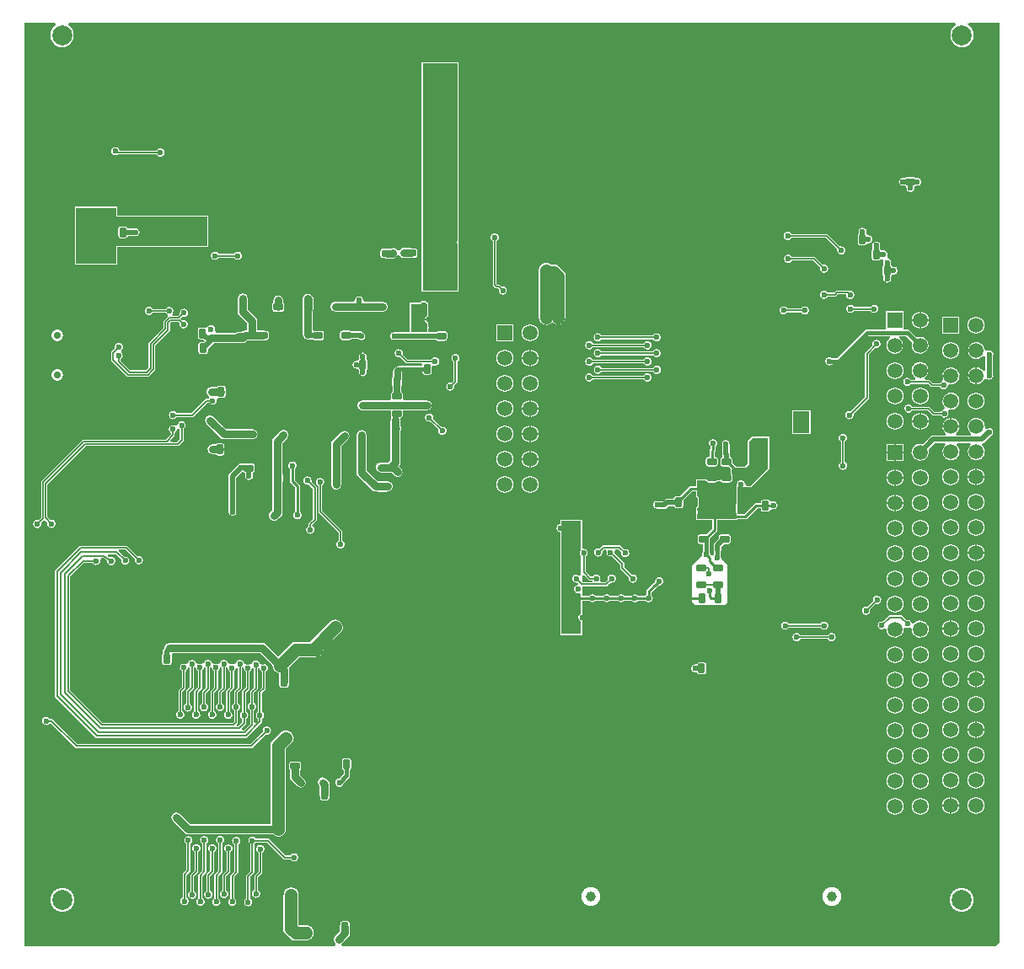
<source format=gbl>
G04 ================== begin FILE IDENTIFICATION RECORD ==================*
G04 Layout Name:  Beamforming_PCB_Ver1_0_1.brd*
G04 Film Name:    BOTTOM*
G04 File Format:  Gerber RS274X*
G04 File Origin:  Cadence Allegro 16.6-2015-S066*
G04 Origin Date:  Thu Mar 18 00:04:29 2021*
G04 *
G04 Layer:  ETCH/BOTTOM*
G04 Layer:  PIN/BOTTOM*
G04 Layer:  VIA CLASS/BOTTOM*
G04 *
G04 Offset:    (0.00 0.00)*
G04 Mirror:    No*
G04 Mode:      Positive*
G04 Rotation:  0*
G04 FullContactRelief:  No*
G04 UndefLineWidth:     0.00*
G04 ================== end FILE IDENTIFICATION RECORD ====================*
%FSLAX25Y25*MOIN*%
%IR0*IPPOS*OFA0.00000B0.00000*MIA0B0*SFA1.00000B1.00000*%
%AMMACRO14*
4,1,44,.00984,-.0187,
-.00984,-.0187,
-.010524,-.018641,
-.011187,-.018464,
-.011809,-.018174,
-.012371,-.017781,
-.012857,-.017296,
-.013251,-.016734,
-.013542,-.016113,
-.01372,-.01545,
-.01378,-.014766,
-.01378,-.01476,
-.01378,.01476,
-.013721,.015444,
-.013544,.016107,
-.013254,.016729,
-.012861,.017291,
-.012376,.017777,
-.011814,.018171,
-.011193,.018462,
-.01053,.01864,
-.009846,.0187,
-.00984,.0187,
.00984,.0187,
.010524,.018641,
.011187,.018464,
.011809,.018174,
.012371,.017781,
.012857,.017296,
.013251,.016734,
.013542,.016113,
.01372,.01545,
.01378,.014766,
.01378,.01476,
.01378,-.01476,
.013721,-.015444,
.013544,-.016107,
.013254,-.016729,
.012861,-.017291,
.012376,-.017777,
.011814,-.018171,
.011193,-.018462,
.01053,-.01864,
.009846,-.0187,
.00984,-.0187,
0.0*
%
%ADD14MACRO14*%
%ADD10C,.02362*%
%ADD18C,.05906*%
%ADD12C,.02756*%
%ADD20C,.03937*%
%ADD11C,.07874*%
%ADD19R,.05906X.05906*%
%AMMACRO17*
4,1,40,-.0185,-.00787,
-.0185,.00787,
-.018441,.008553,
-.018264,.009216,
-.017975,.009838,
-.017582,.010401,
-.017098,.010886,
-.016536,.01128,
-.015915,.011571,
-.015253,.011749,
-.01457,.01181,
.01457,.01181,
.015253,.011749,
.015916,.011571,
.016537,.01128,
.017098,.010886,
.017583,.0104,
.017975,.009838,
.018264,.009216,
.018441,.008553,
.0185,.00787,
.0185,-.00787,
.018441,-.008553,
.018264,-.009216,
.017975,-.009838,
.017582,-.010401,
.017098,-.010886,
.016536,-.01128,
.015915,-.011571,
.015253,-.011749,
.01457,-.01181,
-.01457,-.01181,
-.015253,-.011749,
-.015916,-.011571,
-.016537,-.01128,
-.017098,-.010886,
-.017583,-.0104,
-.017975,-.009838,
-.018264,-.009216,
-.018441,-.008553,
-.0185,-.00787,
0.0*
%
%ADD17MACRO17*%
%AMMACRO15*
4,1,44,-.0187,-.00984,
-.0187,.00984,
-.018641,.010524,
-.018464,.011187,
-.018174,.011809,
-.017781,.012371,
-.017296,.012857,
-.016734,.013251,
-.016113,.013542,
-.01545,.01372,
-.014766,.01378,
-.01476,.01378,
.01476,.01378,
.015444,.013721,
.016107,.013544,
.016729,.013254,
.017291,.012861,
.017777,.012376,
.018171,.011814,
.018462,.011193,
.01864,.01053,
.0187,.009846,
.0187,.00984,
.0187,-.00984,
.018641,-.010524,
.018464,-.011187,
.018174,-.011809,
.017781,-.012371,
.017296,-.012857,
.016734,-.013251,
.016113,-.013542,
.01545,-.01372,
.014766,-.01378,
.01476,-.01378,
-.01476,-.01378,
-.015444,-.013721,
-.016107,-.013544,
-.016729,-.013254,
-.017291,-.012861,
-.017777,-.012376,
-.018171,-.011814,
-.018462,-.011193,
-.01864,-.01053,
-.0187,-.009846,
-.0187,-.00984,
0.0*
%
%ADD15MACRO15*%
%AMMACRO13*
4,1,44,-.00984,.0187,
.00984,.0187,
.010524,.018641,
.011187,.018464,
.011809,.018174,
.012371,.017781,
.012857,.017296,
.013251,.016734,
.013542,.016113,
.01372,.01545,
.01378,.014766,
.01378,.01476,
.01378,-.01476,
.013721,-.015444,
.013544,-.016107,
.013254,-.016729,
.012861,-.017291,
.012376,-.017777,
.011814,-.018171,
.011193,-.018462,
.01053,-.01864,
.009846,-.0187,
.00984,-.0187,
-.00984,-.0187,
-.010524,-.018641,
-.011187,-.018464,
-.011809,-.018174,
-.012371,-.017781,
-.012857,-.017296,
-.013251,-.016734,
-.013542,-.016113,
-.01372,-.01545,
-.01378,-.014766,
-.01378,-.01476,
-.01378,.01476,
-.013721,.015444,
-.013544,.016107,
-.013254,.016729,
-.012861,.017291,
-.012376,.017777,
-.011814,.018171,
-.011193,.018462,
-.01053,.01864,
-.009846,.0187,
-.00984,.0187,
0.0*
%
%ADD13MACRO13*%
%AMMACRO21*
4,1,40,.0185,.00787,
.0185,-.00787,
.018441,-.008553,
.018264,-.009216,
.017975,-.009838,
.017582,-.010401,
.017098,-.010886,
.016536,-.01128,
.015915,-.011571,
.015253,-.011749,
.01457,-.01181,
-.01457,-.01181,
-.015253,-.011749,
-.015916,-.011571,
-.016537,-.01128,
-.017098,-.010886,
-.017583,-.0104,
-.017975,-.009838,
-.018264,-.009216,
-.018441,-.008553,
-.0185,-.00787,
-.0185,.00787,
-.018441,.008553,
-.018264,.009216,
-.017975,.009838,
-.017582,.010401,
-.017098,.010886,
-.016536,.01128,
-.015915,.011571,
-.015253,.011749,
-.01457,.01181,
.01457,.01181,
.015253,.011749,
.015916,.011571,
.016537,.01128,
.017098,.010886,
.017583,.0104,
.017975,.009838,
.018264,.009216,
.018441,.008553,
.0185,.00787,
0.0*
%
%ADD21MACRO21*%
%AMMACRO16*
4,1,44,.0187,.00984,
.0187,-.00984,
.018641,-.010524,
.018464,-.011187,
.018174,-.011809,
.017781,-.012371,
.017296,-.012857,
.016734,-.013251,
.016113,-.013542,
.01545,-.01372,
.014766,-.01378,
.01476,-.01378,
-.01476,-.01378,
-.015444,-.013721,
-.016107,-.013544,
-.016729,-.013254,
-.017291,-.012861,
-.017777,-.012376,
-.018171,-.011814,
-.018462,-.011193,
-.01864,-.01053,
-.0187,-.009846,
-.0187,-.00984,
-.0187,.00984,
-.018641,.010524,
-.018464,.011187,
-.018174,.011809,
-.017781,.012371,
-.017296,.012857,
-.016734,.013251,
-.016113,.013542,
-.01545,.01372,
-.014766,.01378,
-.01476,.01378,
.01476,.01378,
.015444,.013721,
.016107,.013544,
.016729,.013254,
.017291,.012861,
.017777,.012376,
.018171,.011814,
.018462,.011193,
.01864,.01053,
.0187,.009846,
.0187,.00984,
0.0*
%
%ADD16MACRO16*%
%ADD22C,.01*%
%ADD23C,.02*%
%ADD24C,.03*%
%ADD25C,.05*%
%ADD26C,.015*%
%ADD27C,.025*%
%ADD28C,.005*%
%ADD29C,.0691*%
%ADD33C,.04752*%
%ADD34C,.07508*%
%ADD32C,.09476*%
%ADD31R,.14604X.91104*%
%ADD35R,.07604X.09604*%
%ADD30R,.06908X.06908*%
G75*
%LPD*%
G75*
G36*
G01X129403Y25501D02*
G03X129615Y25685I-1203J1600D01*
G01X132752Y28821D01*
Y32000D01*
G03X132644Y32648I-2002J-1D01*
G01X132630Y32688D01*
Y33477D01*
G03X131735Y34372I-896J-1D01*
G01X129765D01*
G03X128870Y33477I1J-896D01*
G01Y32688D01*
X128856Y32648D01*
G03X128748Y32000I1894J-649D01*
G01Y30479D01*
X126785Y28515D01*
G03X126997Y25501I1415J-1415D01*
G02X126697Y24601I-300J-400D01*
G01X4200D01*
X4001Y24800D01*
Y389700D01*
X16058D01*
G02X16329Y388780I0J-500D01*
G03X21471I2571J-3980D01*
G02X21742Y389700I271J420D01*
G01X371958D01*
G02X372229Y388780I0J-500D01*
G03X377371I2571J-3980D01*
G02X377642Y389700I271J420D01*
G01X389700D01*
Y26101D01*
X388200Y24601D01*
X129703D01*
G02X129403Y25501I0J500D01*
G37*
%LPC*%
G75*
G36*
G01X212923Y271133D02*
G03X212569Y271125I-173J-180D01*
G02X207398Y273200I-2169J2075D01*
G01Y284154D01*
X207299Y288532D01*
G02Y288642I3001J55D01*
G02X207300Y288691I3001J-37D01*
G01X207400Y291991D01*
G02X209406Y294732I3000J-91D01*
G02X212200Y294302I994J-2832D01*
G01X214443D01*
X218002Y290743D01*
Y273300D01*
G02X212923Y271133I-3002J0D01*
G37*
G36*
G01X336435Y301728D02*
X334465D01*
G02X333570Y302623I1J896D01*
G01Y305577D01*
G02X333948Y306307I895J-1D01*
G01Y306390D01*
G02X336952I1502J760D01*
G01Y306307D01*
G02X337263Y305914I-518J-730D01*
G03X337534Y305762I231J95D01*
G02Y302438I266J-1662D01*
G03X337263Y302286I-40J-247D01*
G02X336435Y301728I-829J337D01*
G37*
G36*
G01X343748Y289361D02*
Y289493D01*
G02X343370Y290223I517J731D01*
G01Y293177D01*
G02X343748Y293907I895J-1D01*
G01Y294188D01*
X343725Y294238D01*
G02X343755Y295723I1525J712D01*
G03X343400Y296444I-444J229D01*
G02X343294Y296467I304J1655D01*
G03X342729Y296212I-121J-485D01*
G02X341935Y295728I-795J411D01*
G01X339965D01*
G02X339070Y296623I1J896D01*
G01Y299577D01*
G02X339448Y300307I895J-1D01*
G01Y300889D01*
X339425Y300939D01*
G02X342475I1525J712D01*
G01X342452Y300889D01*
Y300307D01*
G02X342729Y299988I-518J-730D01*
G03X343294Y299733I444J230D01*
G02X345195Y297327I406J-1633D01*
G03X345550Y296606I444J-229D01*
G02X346775Y294238I-300J-1656D01*
G01X346752Y294188D01*
Y293907D01*
G02X347075Y293484I-518J-730D01*
G03X347373Y293328I235J86D01*
G02Y290072I427J-1628D01*
G03X347075Y289916I-63J-242D01*
G02X346752Y289493I-841J307D01*
G01Y289361D01*
G02X343748I-1502J-761D01*
G37*
G36*
G01X40702Y313602D02*
X76802D01*
Y301098D01*
X40702D01*
Y293998D01*
X23898D01*
Y317002D01*
X40702D01*
Y313602D01*
G37*
G36*
G01X352753Y324747D02*
G03X352599Y325031I-244J51D01*
G02X352198Y325342I326J834D01*
G02Y328358I-748J1508D01*
G02X352923Y328730I726J-523D01*
G01X355877D01*
G02X356551Y328423I-1J-895D01*
G02Y325277I599J-1573D01*
G02X356201Y325031I-675J588D01*
G03X356047Y324747I90J-233D01*
G02X352753I-1647J-347D01*
G37*
G36*
G01X325466Y300101D02*
X325499Y300238D01*
X320989Y304748D01*
X307406D01*
G02Y306252I-1506J752D01*
G01X321611D01*
X326562Y301301D01*
X326699Y301334D01*
G02X325466Y300101I401J-1634D01*
G37*
G36*
G01X86894Y296848D02*
X80906D01*
G02Y298352I-1506J752D01*
G01X86894D01*
G02Y296848I1506J-752D01*
G37*
G36*
G01X318666Y292901D02*
X318699Y293038D01*
X316089Y295648D01*
X307606D01*
G02Y297152I-1506J752D01*
G01X316711D01*
X319762Y294101D01*
X319899Y294134D01*
G02X318666Y292901I401J-1634D01*
G37*
G36*
G01X190784Y303361D02*
Y286578D01*
X191135Y286228D01*
X191935D01*
X192662Y285501D01*
X192799Y285534D01*
G02X191566Y284301I401J-1634D01*
G01X191599Y284438D01*
X191313Y284724D01*
X190513D01*
X189281Y285956D01*
Y303361D01*
G02X190784I752J1506D01*
G37*
G36*
G01X328917Y282099D02*
Y282348D01*
X325813D01*
X324933Y281468D01*
X321786D01*
G02Y282972I-1506J752D01*
G01X324311D01*
X325191Y283852D01*
X329911D01*
X330062Y283701D01*
X330199Y283734D01*
G02X328917Y282099I401J-1634D01*
G37*
G36*
G01X145751Y275448D02*
X136296D01*
X136260Y275437D01*
G02X135080I-590J1913D01*
G01X135044Y275448D01*
X130500D01*
G02X130081Y275493I3J2002D01*
G01X130055Y275498D01*
X126949D01*
G02Y279502I0J2002D01*
G01X131279D01*
X131329Y279452D01*
X134218D01*
G03X134717Y279963I-1J500D01*
G02X138083I1683J37D01*
G03X138582Y279452I500J-11D01*
G01X145751D01*
G02Y275448I0J-2002D01*
G37*
G36*
G01X105877Y275470D02*
X105089D01*
X105050Y275457D01*
G02X103750I-650J1893D01*
G01X103711Y275470D01*
X102923D01*
G02X102028Y276365I1J896D01*
G01Y278335D01*
G02X102398Y279059I895J-1D01*
G01Y280000D01*
G02X106401I2001J0D01*
G01Y279059D01*
G02X106772Y278335I-524J-726D01*
G01Y276365D01*
G02X105877Y275470I-896J1D01*
G37*
G36*
G01X338594Y275848D02*
X332205D01*
G02Y277352I-1506J752D01*
G01X338594D01*
G02Y275848I1506J-752D01*
G37*
G36*
G01X311194Y275248D02*
X305806D01*
G02Y276752I-1506J752D01*
G01X311194D01*
G02Y275248I1506J-752D01*
G37*
G36*
G01X118002Y274658D02*
Y268424D01*
G03X118545Y267926I500J0D01*
G02X118623Y267930I85J-891D01*
G01X121577D01*
G02X122472Y267035I-1J-896D01*
G01Y265065D01*
G02X121577Y264170I-896J1D01*
G01X118623D01*
G02X117893Y264548I1J895D01*
G01X116762D01*
X116718Y264532D01*
G02X113998Y266400I-719J1868D01*
G01Y280662D01*
G02X117415Y282077I2001J0D01*
G01X118252Y281241D01*
Y276600D01*
G02X118143Y275950I-2002J2D01*
G01X118130Y275911D01*
Y275123D01*
G02X118029Y274712I-895J2D01*
G01X118002Y274658D01*
G37*
G36*
G01X135973Y264648D02*
X133407D01*
G02X132677Y264270I-731J517D01*
G01X129723D01*
G02X128828Y265165I1J896D01*
G01Y267135D01*
G02X129723Y268030I896J-1D01*
G01X132677D01*
G02X133407Y267652I-1J-895D01*
G01X137472D01*
X137723Y267401D01*
X137775Y267382D01*
G02X135973Y264648I-575J-1582D01*
G37*
G36*
G01X163702Y268166D02*
Y267768D01*
G03X163945Y267518I250J0D01*
G02X164612Y267361I-44J-1682D01*
G01X164662Y267338D01*
X166683D01*
G02X167423Y267730I741J-504D01*
G01X170377D01*
G02X171272Y266835I-1J-896D01*
G01Y264865D01*
G02X170377Y263970I-896J1D01*
G01X167423D01*
G02X166703Y264334I1J895D01*
G01X164662D01*
X164612Y264311D01*
G02X163188I-712J1525D01*
G01X163138Y264334D01*
X150962D01*
X150912Y264311D01*
G02Y267361I-712J1525D01*
G01X150962Y267338D01*
X156498D01*
Y279002D01*
X160420D01*
G02X163380I1480J-802D01*
G01X163702D01*
Y273252D01*
X164300D01*
G02Y271748I0J-752D01*
G01X163702D01*
Y270032D01*
G02X163738Y268225I-1402J-932D01*
G01X163702Y268166D01*
G37*
G36*
G01X252542Y264600D02*
X232340D01*
G02Y266102I-1506J751D01*
G01X252542D01*
G02Y264600I1506J-751D01*
G37*
G36*
G01X248953Y261450D02*
X228932D01*
G02Y262952I-1506J751D01*
G01X248953D01*
G02Y261450I1506J-751D01*
G37*
G36*
G01X79831Y267202D02*
X87828D01*
X88228Y267602D01*
X89999D01*
G02X91322Y268102I1324J-1502D01*
G01X92098D01*
Y270971D01*
X88398Y274671D01*
Y280800D01*
G02X92402I2002J0D01*
G01Y276329D01*
X96102Y272629D01*
Y268102D01*
X99079D01*
X99251Y267930D01*
X99777D01*
G02X100672Y267035I-1J-896D01*
G01Y265065D01*
G02X99777Y264170I-896J1D01*
G01X98989D01*
X98950Y264157D01*
G02X97881Y264093I-650J1893D01*
G01X97855Y264098D01*
X92151D01*
X91251Y263198D01*
X78872D01*
X76530Y260856D01*
Y259623D01*
G02X75635Y258728I-896J1D01*
G01X73665D01*
G02X72770Y259623I1J896D01*
G01Y262577D01*
G02X73665Y263472I896J-1D01*
G01X74898D01*
X75267Y263841D01*
X74620Y264528D01*
X73465D01*
G02X72570Y265423I1J896D01*
G01Y268377D01*
G02X73465Y269272I896J-1D01*
G01X75435D01*
G02X75770Y269206I-2J-895D01*
G03X76379Y269402I187J464D01*
G02X79366Y267884I1421J-902D01*
G03X79831Y267202I466J-182D01*
G37*
G36*
G01X252541Y258300D02*
X232340D01*
G02Y259804I-1506J752D01*
G01X252541D01*
G02Y258300I1506J-752D01*
G37*
G36*
G01X248953Y255000D02*
X228928D01*
G02Y256502I-1506J751D01*
G01X248953D01*
G02Y255000I1506J-751D01*
G37*
G36*
G01X252653Y251772D02*
X232340D01*
G02Y253274I-1506J751D01*
G01X252653D01*
G02Y251772I1506J-751D01*
G37*
G36*
G01X139376Y252311D02*
G02X136324I-1526J-711D01*
G02X136031Y252699I541J713D01*
G03X135747Y252853I-233J-90D01*
G02Y256147I-347J1647D01*
G03X136031Y256301I51J244D01*
G02X136267Y256642I834J-325D01*
G03X136327Y256934I-167J186D01*
G02X139373I1523J716D01*
G03X139433Y256642I227J-106D01*
G02X139730Y255977I-598J-666D01*
G01Y253023D01*
G02X139376Y252311I-895J1D01*
G37*
G36*
G01X248953Y248700D02*
X228927D01*
G02Y250204I-1506J752D01*
G01X248953D01*
G02Y248700I1506J-752D01*
G37*
G36*
G01X175252Y255594D02*
Y247589D01*
X174101Y246438D01*
X174134Y246301D01*
G02X172901Y247534I-1634J-401D01*
G01X173038Y247501D01*
X173748Y248211D01*
Y255594D01*
G02X175252I752J1506D01*
G37*
G36*
G01X340572Y261066D02*
X340435Y261099D01*
X337952Y258616D01*
Y241189D01*
X331901Y235138D01*
X331934Y235001D01*
G02X330701Y236234I-1634J-401D01*
G01X330838Y236201D01*
X336448Y241811D01*
Y259238D01*
X339372Y262162D01*
X339339Y262299D01*
G02X340572Y261066I1634J401D01*
G37*
G36*
G01X77162Y241321D02*
G03X77012Y242059I-397J304D01*
G02X78000Y245802I988J1741D01*
G01X80041D01*
G02X80765Y246172I725J-525D01*
G01X82735D01*
G02X83630Y245277I-1J-896D01*
G01Y244489D01*
X83643Y244450D01*
G02Y243150I-1893J-650D01*
G01X83630Y243111D01*
Y242323D01*
G02X82735Y241428I-896J1D01*
G01X80765D01*
G02X80651Y241436I6J895D01*
G03X80109Y240793I-64J-496D01*
G02X76994Y239548I-1609J-493D01*
G01X76411D01*
X70711Y233848D01*
X64306D01*
G02Y235352I-1506J752D01*
G01X70089D01*
X75789Y241052D01*
X76994D01*
G02X77162Y241321I1505J-753D01*
G37*
G36*
G01X167716Y228751D02*
X167749Y228888D01*
X164638Y231999D01*
X164501Y231966D01*
G02X165734Y233199I-401J1634D01*
G01X165701Y233062D01*
X168812Y229951D01*
X168949Y229984D01*
G02X167716Y228751I401J-1634D01*
G37*
G36*
G01X78815Y233915D02*
X83729Y229002D01*
X86400D01*
X86427Y229008D01*
G02X86623Y229030I197J-873D01*
G01X89577D01*
G02X89773Y229008I-1J-895D01*
G01X89800Y229002D01*
X94300D01*
G02Y224998I0J-2002D01*
G01X82071D01*
X75985Y231085D01*
G02X78815Y233915I1415J1415D01*
G37*
G36*
G01X78470Y223100D02*
X79580Y223061D01*
X79656Y223132D01*
G02X80265Y223372I610J-655D01*
G01X82235D01*
G02X83130Y222477I-1J-896D01*
G01Y221689D01*
X83143Y221650D01*
G02Y220350I-1893J-650D01*
G01X83130Y220311D01*
Y219523D01*
G02X82235Y218628I-896J1D01*
G01X80265D01*
G02X79564Y218968I1J895D01*
G01X79492Y219059D01*
X78330Y219100D01*
G02X78470Y223100I70J2000D01*
G37*
G36*
G01X277361Y214270D02*
X274407D01*
G02X273512Y215165I1J896D01*
G01Y217135D01*
G02X274407Y218030I896J-1D01*
G01X274882D01*
Y220855D01*
X275382Y221354D01*
Y222064D01*
G02X277384I1001J1353D01*
G01Y220524D01*
X276886Y220025D01*
Y218030D01*
X277361D01*
G02X278256Y217135I-1J-896D01*
G01Y215165D01*
G02X277361Y214270I-896J1D01*
G37*
G36*
G01X328502Y224044D02*
Y216056D01*
G02X326998I-752J-1506D01*
G01Y224044D01*
G02X328502I752J1506D01*
G37*
G36*
G01X144621Y240452D02*
X148475D01*
G03X148965Y241047I-1J500D01*
G02X148948Y241218I878J174D01*
G01Y242794D01*
G02X149418Y243581I895J-1D01*
G01X149548Y243652D01*
Y246055D01*
X149531Y246099D01*
G02X149470Y246423I834J325D01*
G01Y249377D01*
G02X149848Y250107I895J-1D01*
G01Y252000D01*
G02X151490Y253748I1751J0D01*
G01X151584Y253754D01*
X151982Y254152D01*
X161365D01*
X161371Y254396D01*
G02X161377Y254487I895J-13D01*
G03X160881Y255048I-496J61D01*
G01X154989D01*
X152638Y257399D01*
X152501Y257366D01*
G02X153734Y258599I-401J1634D01*
G01X153701Y258462D01*
X155611Y256552D01*
X164979D01*
G02X165825Y254252I1506J-752D01*
G03X165130Y253792I-195J-460D01*
G01Y251423D01*
G02X164235Y250528I-896J1D01*
G01X162265D01*
G02X161371Y251404I1J895D01*
G01X161365Y251648D01*
X153352D01*
Y249068D01*
G02X153245Y248466I-1752J1D01*
G01X153230Y248424D01*
Y246423D01*
G02X153090Y245944I-895J2D01*
G01X153052Y245883D01*
Y243652D01*
X153182Y243581D01*
G02X153652Y242794I-425J-788D01*
G01Y241218D01*
G02X153628Y241015I-895J3D01*
G03X154115Y240402I487J-113D01*
G01X163200D01*
G02Y236398I0J-2002D01*
G01X153639D01*
Y236130D01*
X153642Y236112D01*
G02X153652Y235982I-885J-133D01*
G01Y234406D01*
G02X153026Y233553I-895J1D01*
G01X152852Y233498D01*
Y230144D01*
G02Y228456I-1242J-844D01*
G01Y215121D01*
X152131Y214400D01*
X153015Y213515D01*
G02X150185Y210685I-1415J-1415D01*
G01X149069Y211801D01*
X149000Y211817D01*
G02X148779Y211883I461J1948D01*
G01X148737Y211898D01*
X144900D01*
G02Y215902I0J2002D01*
G01X147785D01*
X147814Y215930D01*
X148000D01*
X148848Y216779D01*
Y232355D01*
X148843Y232381D01*
G02X149117Y233884I1957J420D01*
G02X148948Y234406I726J523D01*
G01Y235982D01*
G02X148958Y236112I895J-3D01*
G01X148961Y236130D01*
Y236398D01*
X137600D01*
G02Y240402I0J2002D01*
G01X144571D01*
X144621Y240452D01*
G37*
G36*
G01X132015Y224985D02*
X129302Y222271D01*
Y212642D01*
X129329Y212588D01*
G02X129430Y212177I-794J-413D01*
G01Y209223D01*
G02X129329Y208812I-895J2D01*
G01X129302Y208758D01*
Y207000D01*
G02X125298I-2002J0D01*
G01Y223929D01*
X129185Y227815D01*
G02X132015Y224985I1415J-1415D01*
G37*
G36*
G01X146977Y204170D02*
X144023D01*
G02X143488Y204349I2J895D01*
G01X143421Y204398D01*
X142071D01*
X135398Y211071D01*
Y226700D01*
G02X139402I2002J0D01*
G01Y212729D01*
X143729Y208402D01*
X147750D01*
G02Y204398I0J-2002D01*
G01X147579D01*
X147512Y204349D01*
G02X146977Y204170I-537J716D01*
G37*
G36*
G01X84775Y197012D02*
X84798Y197062D01*
Y211123D01*
X88048Y214373D01*
X88067Y214425D01*
G02X90300Y215402I1582J-575D01*
G01X90346Y215382D01*
X91035D01*
X91070Y215393D01*
G02X91323Y215430I255J-858D01*
G01X94277D01*
G02X95172Y214535I-1J-896D01*
G01Y212565D01*
G02X94491Y211697I-895J1D01*
G01X94302Y211650D01*
Y211253D01*
X94325Y211203D01*
G02X91275I-1525J-712D01*
G01X91298Y211253D01*
Y211650D01*
X91109Y211697D01*
G02X90531Y212150I215J869D01*
G01X90430Y212343D01*
X90172Y212249D01*
X87802Y209879D01*
Y197062D01*
X87825Y197012D01*
G02X84775I-1525J-712D01*
G37*
G36*
G01X111002Y213247D02*
Y208915D01*
X113002Y206915D01*
Y196353D01*
G02X110998I-1002J-1353D01*
G01Y206085D01*
X108998Y208085D01*
Y213247D01*
G02X111002I1002J1353D01*
G37*
G36*
G01X107915Y225385D02*
X105902Y223371D01*
Y211869D01*
G02X106230Y211177I-567J-693D01*
G01Y208223D01*
G02X105902Y207531I-895J1D01*
G01Y195271D01*
X104539Y193908D01*
X104520Y193867D01*
G02X100698Y194700I-1820J833D01*
G01Y195729D01*
X101898Y196929D01*
Y225029D01*
X105085Y228215D01*
G02X107915Y225385I1415J-1415D01*
G37*
G36*
G01X9501Y193134D02*
X9638Y193101D01*
X10548Y194011D01*
Y208311D01*
X27190Y224952D01*
X59890D01*
X61948Y227010D01*
Y227494D01*
G02X63719Y230340I753J1505D01*
G03X64520Y230706I302J398D01*
G02X66952Y229094I1680J-106D01*
G01Y224389D01*
X65011Y222448D01*
X28226D01*
X13052Y207274D01*
Y194311D01*
X14162Y193201D01*
X14299Y193234D01*
G02X13066Y192001I401J-1634D01*
G01X13099Y192138D01*
X11950Y193287D01*
X10701Y192038D01*
X10734Y191901D01*
G02X9501Y193134I-1634J-401D01*
G37*
G36*
G01X117573Y208288D02*
X117540Y208151D01*
X119652Y206039D01*
Y192985D01*
X117852Y191185D01*
Y190774D01*
G02X116348I-752J-1506D01*
G01Y191807D01*
X118148Y193607D01*
Y205417D01*
X116477Y207088D01*
X116340Y207055D01*
G02X117573Y208288I-401J1634D01*
G37*
G36*
G01X128228Y184906D02*
Y188109D01*
X120198Y196139D01*
Y206544D01*
G02X121702I752J1506D01*
G01Y196761D01*
X129732Y188731D01*
Y184906D01*
G02X128228I-752J-1506D01*
G37*
G36*
G01X233757Y181476D02*
X233207D01*
X232570Y180838D01*
X232603Y180701D01*
G02X231370Y181934I-1634J-401D01*
G01X231507Y181901D01*
X232585Y182978D01*
X239684D01*
X241062Y181601D01*
X241199Y181634D01*
G02X239966Y180401I401J-1634D01*
G01X239999Y180538D01*
X239062Y181476D01*
X237905D01*
G03X237430Y180820I0J-500D01*
G02X237477Y179946I-1599J-524D01*
G01X237449Y179814D01*
X241252Y176011D01*
Y174411D01*
X244162Y171501D01*
X244299Y171534D01*
G02X243066Y170301I401J-1634D01*
G01X243099Y170438D01*
X239748Y173789D01*
Y175389D01*
X236960Y178178D01*
X236887D01*
X236369Y178695D01*
X236232Y178662D01*
G02X234232Y180820I-401J1634D01*
G03X233757Y181476I-475J156D01*
G37*
G36*
G01X337301Y158834D02*
X337438Y158801D01*
X339599Y160962D01*
X339566Y161099D01*
G02X340799Y159866I1634J401D01*
G01X340662Y159899D01*
X338501Y157738D01*
X338534Y157601D01*
G02X337301Y158834I-1634J-401D01*
G37*
G36*
G01X318794Y150548D02*
X306406D01*
G02Y152052I-1506J752D01*
G01X318794D01*
G02Y150548I1506J-752D01*
G37*
G36*
G01X321744Y145998D02*
X310956D01*
G02Y147502I-1506J752D01*
G01X321744D01*
G02Y145998I1506J-752D01*
G37*
G36*
G01X272835Y132028D02*
X270865D01*
G02X270025Y132616I1J895D01*
G03X269727Y132772I-235J-86D01*
G02Y136028I-427J1628D01*
G03X270025Y136184I63J242D01*
G02X270865Y136772I841J-307D01*
G01X272835D01*
G02X273730Y135877I-1J-896D01*
G01Y132923D01*
G02X272835Y132028I-896J1D01*
G37*
G36*
G01X97271Y140398D02*
X62691D01*
G03X62205Y139783I0J-500D01*
G02X62230Y139577I-870J-210D01*
G01Y136623D01*
G02X61335Y135728I-896J1D01*
G01X59365D01*
G02X58470Y136623I1J896D01*
G01Y139577D01*
G02X58649Y140112I895J-2D01*
G01X58698Y140179D01*
Y141922D01*
X59300Y142524D01*
X59310Y142612D01*
G02X61300Y144402I1990J-211D01*
G01X98929D01*
X104293Y139038D01*
X110057Y144802D01*
X113037D01*
X113087Y144852D01*
X116907D01*
X124828Y152772D01*
G02X129072Y148528I2122J-2122D01*
G01X122196Y141652D01*
X122188Y141562D01*
G02X119200Y138848I-2988J288D01*
G01X115573D01*
X115523Y138798D01*
X112543D01*
X108538Y134793D01*
X108652Y134679D01*
Y129100D01*
G02X108543Y128450I-2002J2D01*
G01X108530Y128411D01*
Y127623D01*
G02X107635Y126728I-896J1D01*
G01X105665D01*
G02X104770Y127623I1J896D01*
G01Y128411D01*
X104757Y128450D01*
G02X104648Y129100I1893J652D01*
G01Y132512D01*
X104445Y132550D01*
G02X101999Y135562I555J2950D01*
G01X102001Y135668D01*
X97271Y140398D01*
G37*
G36*
G01X13893Y112523D02*
G02X14106Y114352I-1293J1077D01*
G01X14962D01*
X24862Y104452D01*
X93489D01*
X98299Y109262D01*
X98266Y109399D01*
G02X99499Y108166I1634J401D01*
G01X99362Y108199D01*
X94111Y102948D01*
X24240D01*
X14631Y112557D01*
G03X13893Y112523I-353J-354D01*
G37*
G36*
G01X129570Y94923D02*
Y97877D01*
G02X130465Y98772I896J-1D01*
G01X132435D01*
G02X133330Y97877I-1J-896D01*
G01Y94923D01*
G02X132839Y94125I-895J1D01*
G01X132702Y94056D01*
Y91532D01*
X130283Y89113D01*
X130274Y89025D01*
G02X128425Y90874I-1674J175D01*
G01X128513Y90883D01*
X130198Y92568D01*
Y94056D01*
X130061Y94125D01*
G02X129570Y94923I404J799D01*
G37*
G36*
G01X111885Y87785D02*
X109098Y90571D01*
Y93941D01*
G02X108728Y94665I525J725D01*
G01Y96635D01*
G02X109623Y97530I896J-1D01*
G01X110411D01*
X110450Y97543D01*
G02X111750I650J-1893D01*
G01X111789Y97530D01*
X112577D01*
G02X113472Y96635I-1J-896D01*
G01Y94665D01*
G02X113102Y93941I-895J1D01*
G01Y92229D01*
X114715Y90615D01*
G02X111885Y87785I-1415J-1415D01*
G37*
G36*
G01X123735Y82128D02*
X121765D01*
G02X120870Y83023I1J896D01*
G01Y83811D01*
X120857Y83850D01*
G02X120748Y84500I1893J652D01*
G01Y87721D01*
X120585Y87885D01*
G02X123415Y90715I1415J1415D01*
G01X124752Y89379D01*
Y84500D01*
G02X124643Y83850I-2002J2D01*
G01X124630Y83811D01*
Y83023D01*
G02X123735Y82128I-896J1D01*
G37*
G36*
G01X102263Y68798D02*
X67871D01*
X62685Y73985D01*
G02X65515Y76815I1415J1415D01*
G01X69529Y72802D01*
X101498D01*
Y105143D01*
X105378Y109022D01*
G02X109622Y104778I2122J-2122D01*
G01X107502Y102657D01*
Y70800D01*
G02X102263Y68798I-3002J0D01*
G37*
G36*
G01X94900Y46755D02*
Y52363D01*
X96548Y54011D01*
Y61406D01*
G02X98050I751J1506D01*
G01Y53389D01*
X96402Y51741D01*
Y46755D01*
G02X94900I-751J-1506D01*
G37*
G36*
G01X82248Y46606D02*
Y52711D01*
X83918Y54381D01*
Y61619D01*
G02X85422I752J1506D01*
G01Y53759D01*
X83752Y52089D01*
Y46606D01*
G02X82248I-752J-1506D01*
G37*
G36*
G01X76002Y46352D02*
Y52865D01*
X77520Y54383D01*
Y61679D01*
G02X79024I752J1506D01*
G01Y53761D01*
X77506Y52243D01*
Y46352D01*
G02X76002I-752J-1506D01*
G37*
G36*
G01X69648Y46306D02*
Y52911D01*
X71252Y54514D01*
Y61679D01*
G02X72754I751J1506D01*
G01Y53892D01*
X71152Y52289D01*
Y46306D01*
G02X69648I-752J-1506D01*
G37*
G36*
G01X66554Y43801D02*
Y53115D01*
X68102Y54663D01*
Y64894D01*
G02X69604I751J1506D01*
G01Y54041D01*
X68056Y52493D01*
Y43801D01*
G02X66554I-751J-1506D01*
G37*
G36*
G01X72852Y43602D02*
Y52915D01*
X74378Y54441D01*
Y64894D01*
G02X75882I752J1506D01*
G01Y53819D01*
X74356Y52293D01*
Y43602D01*
G02X72852I-752J-1506D01*
G37*
G36*
G01X85450Y43504D02*
Y52613D01*
X87046Y54208D01*
Y64594D01*
G02X88548I751J1506D01*
G01Y53586D01*
X86954Y51991D01*
Y43504D01*
G02X85450I-752J-1506D01*
G37*
G36*
G01X79152Y43503D02*
Y52815D01*
X80698Y54361D01*
Y64994D01*
G02X82200I751J1506D01*
G01Y53739D01*
X80654Y52193D01*
Y43503D01*
G02X79152I-751J-1506D01*
G37*
G36*
G01X91750Y43408D02*
Y52613D01*
X93398Y54260D01*
Y64794D01*
G02X95655Y67052I751J1506D01*
G01X100710D01*
X107410Y60352D01*
X109194D01*
G02Y58848I1506J-752D01*
G01X106788D01*
X100088Y65548D01*
X95655D01*
G02X94900Y64794I-1505J752D01*
G01Y53638D01*
X93254Y51991D01*
Y43408D01*
G02X91750I-752J-1506D01*
G37*
G36*
G01X115914Y32773D02*
G02X117493Y32044I185J-1673D01*
G02X117579Y27635I-1993J-2244D01*
G02X116361Y26925I-1379J965D01*
G02X115500Y26798I-864J2875D01*
G01X109957D01*
X106498Y30257D01*
Y44800D01*
G02X112502I3002J0D01*
G01Y32802D01*
X115500D01*
G02X115914Y32773I-2J-3002D01*
G37*
G36*
G01X351751Y150062D02*
G02X344854Y149650I-3451J-162D01*
G03X344068Y150023I-499J-36D01*
G02X343501Y153034I-968J1377D01*
G01X343638Y153001D01*
X345989Y155352D01*
X351011D01*
X352762Y153601D01*
X352899Y153634D01*
G02X354920Y152455I401J-1634D01*
G03X355768Y152251I481J136D01*
G02X354849Y150062I2532J-2351D01*
G03X354109Y150524I-499J24D01*
G02X352491I-809J1476D01*
G03X351751Y150062I-241J-438D01*
G37*
G36*
G01X359298Y223208D02*
X359441Y223165D01*
X362778Y226502D01*
X368042D01*
G03X368353Y227393I0J500D01*
G02X372647I2147J2707D01*
G03X372958Y226502I311J-391D01*
G01X378042D01*
G03X378353Y227393I0J500D01*
G02X383932Y229700I2147J2707D01*
G03X384697Y229220I497J-58D01*
G02X386047Y226177I903J-1420D01*
G01X385983Y226160D01*
X383322Y223498D01*
X383191D01*
G03X382851Y222632I0J-500D01*
G02X378149I-2351J-2532D01*
G03X377809Y223498I-340J366D01*
G01X373191D01*
G03X372851Y222632I0J-500D01*
G02X368149I-2351J-2532D01*
G03X367809Y223498I-340J366D01*
G01X364022D01*
X361565Y221041D01*
X361608Y220898D01*
G02X359298Y223208I-3308J-998D01*
G37*
G36*
G01X369396Y235971D02*
G02X366394Y234448I-1496J-771D01*
G01X363289D01*
X361289Y236448D01*
X355206D01*
G02Y237952I-1506J752D01*
G01X361911D01*
X363911Y235952D01*
X366394D01*
G02X367700Y236871I1506J-752D01*
G03X368002Y237713I-59J496D01*
G02X369924Y236693I2498J2387D01*
G03X369396Y235971I-84J-493D01*
G37*
G36*
G01X369209Y246265D02*
G02X366025Y245648I-1678J135D01*
G01X362789D01*
X361489Y246948D01*
X354706D01*
G02Y248452I-1506J752D01*
G01X355944D01*
G03X356229Y249362I0J500D01*
G02X360171I1971J2838D01*
G03X360456Y248452I285J-410D01*
G01X362111D01*
X363411Y247152D01*
X366025D01*
G02X367036Y248009I1506J-752D01*
G03X367346Y248690I-147J478D01*
G02X369807Y246715I3154J1410D01*
G03X369209Y246265I-100J-490D01*
G37*
G36*
G01X383712Y248828D02*
G02X383207Y252247I-3212J1272D01*
G03X384098Y252558I391J311D01*
G01Y257738D01*
X384075Y257788D01*
G02X384054Y257835I1526J710D01*
G03X383203Y257949I-460J-197D01*
G02X383948Y260321I-2703J2152D01*
G03X384711Y259929I499J33D01*
G02X387125Y257788I889J-1429D01*
G01X387102Y257738D01*
Y251062D01*
X387125Y251012D01*
G02X384503Y249024I-1525J-712D01*
G03X383712Y248828I-326J-380D01*
G37*
G36*
G01X62911Y273828D02*
X64845D01*
X65521Y274504D01*
X65488Y274641D01*
G02X66721Y273408I1634J401D01*
G01X66584Y273441D01*
X65853Y272710D01*
X66462Y272101D01*
X66599Y272134D01*
G02X65366Y270901I401J-1634D01*
G01X65399Y271038D01*
X65113Y271324D01*
X62087D01*
X61552Y270789D01*
Y267974D01*
X55652Y262074D01*
Y252374D01*
X55052Y251774D01*
Y251689D01*
X53210Y249848D01*
X44790D01*
X38338Y256300D01*
Y259600D01*
X39413Y260676D01*
X39467D01*
X39753Y260962D01*
X39720Y261099D01*
G02X42373Y260160I1635J401D01*
G03X42366Y259369I302J-398D01*
G02X42076Y256541I-1041J-1322D01*
G01Y256130D01*
X45855Y252352D01*
X52089D01*
X53148Y253411D01*
Y263111D01*
X59048Y269011D01*
Y271826D01*
X60703Y273481D01*
G03X60567Y274285I-353J354D01*
G02X59794Y275048I733J1515D01*
G01X54806D01*
G02Y276552I-1506J752D01*
G01X59794D01*
G02X62542Y274665I1506J-752D01*
G03X62911Y273828I369J-337D01*
G37*
G36*
G01X146550Y296657D02*
X146511Y296670D01*
X145723D01*
G02X144828Y297565I1J896D01*
G01Y299535D01*
G02X145723Y300430I896J-1D01*
G01X146511D01*
X146550Y300443D01*
G02X147200Y300552I652J-1893D01*
G01X148831D01*
G02X151520Y299823I968J-1752D01*
G03X152380I430J256D01*
G02X154818Y300668I1720J-1023D01*
G01X154862Y300652D01*
X157000D01*
G02X157650Y300543I-2J-2002D01*
G01X157689Y300530D01*
X158477D01*
G02X159372Y299635I-1J-896D01*
G01Y297665D01*
G02X158477Y296770I-896J1D01*
G01X157689D01*
X157650Y296757D01*
G02X157000Y296648I-652J1893D01*
G01X153421D01*
X152685Y297385D01*
G02X152380Y297777I1415J1415D01*
G03X151520I-430J-256D01*
G02X151215Y297385I-1720J1023D01*
G01X150379Y296548D01*
X147200D01*
G02X146550Y296657I2J2002D01*
G37*
G36*
G01X224602Y193302D02*
Y182180D01*
G03X225124Y181681I500J0D01*
G02X225952Y178494I76J-1681D01*
G01Y172811D01*
X228111Y170652D01*
X228694D01*
G02X231706Y169148I1506J-752D01*
G03X232153Y168424I447J-224D01*
G01X233762D01*
X234699Y169362D01*
X234666Y169499D01*
G02X235899Y168266I1634J401D01*
G01X235762Y168299D01*
X234384Y166922D01*
X224602D01*
Y163152D01*
X227297D01*
G02X230003I1353J-1002D01*
G01X231543D01*
X231593Y163102D01*
X232947D01*
G02X235653I1353J-1002D01*
G01X238647D01*
G02X241353I1353J-1002D01*
G01X244147D01*
G02X246853I1353J-1002D01*
G01X249547D01*
G02X249898Y163453I1353J-1002D01*
G01Y165215D01*
X252774Y168090D01*
X252932D01*
X253432Y168590D01*
X253423Y168706D01*
G02X254964Y167165I1677J136D01*
G01X254848Y167174D01*
X253762Y166088D01*
X253604D01*
X251902Y164385D01*
Y163453D01*
G02X249547Y161098I-1002J-1353D01*
G01X246853D01*
G02X244147I-1353J1002D01*
G01X241353D01*
G02X238647I-1353J1002D01*
G01X235653D01*
G02X232947I-1353J1002D01*
G01X230763D01*
X230713Y161148D01*
X230003D01*
G02X227297I-1353J1002D01*
G01X224602D01*
Y147598D01*
X215898D01*
Y149738D01*
X215875Y149788D01*
G02Y151212I1525J712D01*
G01X215898Y151262D01*
Y154538D01*
X215875Y154588D01*
G02Y156012I1525J712D01*
G01X215898Y156062D01*
Y158338D01*
X215875Y158388D01*
G02Y159812I1525J712D01*
G01X215898Y159862D01*
Y162138D01*
X215875Y162188D01*
G02Y163612I1525J712D01*
G01X215898Y163662D01*
Y165838D01*
X215875Y165888D01*
G02Y167312I1525J712D01*
G01X215898Y167362D01*
Y188218D01*
X215707Y188264D01*
G02Y191536I393J1636D01*
G01X215898Y191582D01*
Y193302D01*
X224602D01*
G37*
G36*
G01X35195Y178088D02*
X34526D01*
G03X34052Y177431I0J-500D01*
G02X30949Y176148I-1597J-532D01*
G01X27576D01*
X22152Y170724D01*
Y125676D01*
X34876Y112952D01*
X86490D01*
X86964Y113425D01*
Y117594D01*
G02Y120606I751J1506D01*
G01Y125326D01*
X88484Y126847D01*
Y134577D01*
G02X88196Y134760I754J1505D01*
G03X87791Y134570I-155J-196D01*
G02X86860Y133110I-1682J46D01*
G01Y126497D01*
X85340Y124976D01*
Y117481D01*
G02X83836I-752J-1506D01*
G01Y125598D01*
X85358Y127119D01*
Y133110D01*
G02X84426Y134653I751J1506D01*
G03X84016Y134851I-250J6D01*
G02X83690Y134637I-1080J1290D01*
G01Y126227D01*
X82168Y124706D01*
Y120606D01*
G02X80666I-751J-1506D01*
G01Y125328D01*
X82186Y126849D01*
Y134637D01*
G02X81898Y134820I754J1505D01*
G03X81493Y134630I-155J-196D01*
G02X80562Y133170I-1682J46D01*
G01Y126201D01*
X79042Y124680D01*
Y117541D01*
G02X77538I-752J-1506D01*
G01Y125302D01*
X79060Y126823D01*
Y133170D01*
G02X78128Y134715I751J1506D01*
G03X77709Y134905I-250J6D01*
G02X77320Y134637I-1140J1238D01*
G01Y126057D01*
X75800Y124536D01*
Y120506D01*
G02X74296I-752J-1506D01*
G01Y125158D01*
X75818Y126679D01*
Y134637D01*
G02X75529Y134820I751J1506D01*
G03X75124Y134630I-155J-196D01*
G02X74194Y133170I-1682J45D01*
G01Y126330D01*
X72672Y124809D01*
Y117541D01*
G02X71170I-751J-1506D01*
G01Y125431D01*
X72690Y126952D01*
Y133170D01*
G02X71761Y134598I752J1506D01*
G03X71351Y134778I-250J-12D01*
G02X71022Y134563I-1079J1292D01*
G01Y126360D01*
X69502Y124839D01*
Y120394D01*
G02X67859Y120477I-896J-1425D01*
G01X67998Y120546D01*
Y125461D01*
X69520Y126982D01*
Y134563D01*
G02X69185Y134784I752J1505D01*
G03X68774Y134608I-161J-191D01*
G02X67846Y133208I-1680J106D01*
G01Y126583D01*
X66374Y125112D01*
Y117601D01*
G02X64872I-751J-1506D01*
G01Y125734D01*
X66342Y127205D01*
Y133208D01*
G02X67915Y136183I753J1505D01*
G03X68642Y136494I243J437D01*
G02X71905Y136470I1628J-425D01*
G03X72632Y136151I486J119D01*
G02X74210Y136173I810J-1475D01*
G03X74926Y136509I228J445D01*
G02X78221Y136466I1643J-366D01*
G03X78963Y136130I491J96D01*
G02X80579Y136173I847J-1454D01*
G03X81295Y136509I228J445D01*
G02X84592Y136452I1643J-366D01*
G03X85319Y136102I492J91D01*
G02X86877Y136113I790J-1486D01*
G03X87593Y136449I228J445D01*
G02X90900Y136334I1643J-366D01*
G03X91627Y135965I495J74D01*
G02X93179Y135973I784J-1489D01*
G03X93895Y136309I228J445D01*
G02X97192Y136252I1643J-366D01*
G03X97919Y135902I492J91D01*
G02X99460Y132910I790J-1486D01*
G01Y126197D01*
X97940Y124676D01*
Y117281D01*
G02Y114269I-752J-1506D01*
G01Y113001D01*
X91887Y106948D01*
X32388D01*
X16148Y123188D01*
Y173212D01*
X25888Y182952D01*
X44556D01*
X48735Y178773D01*
X48872Y178806D01*
G02X47639Y177573I401J-1634D01*
G01X47672Y177710D01*
X43934Y181448D01*
X41666D01*
G03X41313Y180595I1J-500D01*
G01X43321Y178587D01*
X43458Y178620D01*
G02X42225Y177387I401J-1634D01*
G01X42258Y177524D01*
X40194Y179588D01*
X37301D01*
G03X37023Y178673I0J-500D01*
G01X37502Y178352D01*
X37630Y178411D01*
G02X36660Y176962I711J-1525D01*
G01X36666Y177103D01*
X35195Y178088D01*
G37*
G36*
G01X56317Y337726D02*
X41099D01*
G02X41631Y339417I-1099J1275D01*
G01X41679Y339228D01*
X56317D01*
G02Y337726I1506J-751D01*
G37*
G36*
G01X325471Y257140D02*
X336782Y268452D01*
X344746D01*
Y268995D01*
Y275654D01*
X351654D01*
Y268452D01*
X353718D01*
X356805Y265365D01*
X356957Y265424D01*
G02X354976Y263443I1243J-3224D01*
G01X355035Y263595D01*
X352682Y265948D01*
X350456D01*
G03X350171Y265038I0J-500D01*
G02X346229I-1971J-2838D01*
G03X345944Y265948I-285J410D01*
G01X337818D01*
X326507Y254638D01*
X323536D01*
G02Y257140I-1125J1251D01*
G01X325471D01*
G37*
G36*
G01X283964Y215687D02*
X285349Y214302D01*
X288992D01*
X290098Y215408D01*
Y224508D01*
X291692Y226102D01*
X298602D01*
Y213192D01*
X291508Y206098D01*
X286102D01*
Y195502D01*
X288735D01*
X293097Y199864D01*
X295270D01*
Y200177D01*
G02X296165Y201072I896J-1D01*
G01X298135D01*
G02X298916Y200613I-1J-895D01*
G03X299555Y200400I436J244D01*
G02X299645Y197287I683J-1538D01*
G03X298991Y196964I-176J-468D01*
G02X298135Y196328I-857J259D01*
G01X296165D01*
G02X295270Y197223I1J896D01*
G01Y197860D01*
X293927D01*
X289565Y193498D01*
X286102D01*
Y192998D01*
X277902D01*
Y188843D01*
X274972Y185913D01*
Y184465D01*
G02X274883Y184078I-895J2D01*
G01X274858Y184027D01*
Y180488D01*
G02X275288Y179449I-1251J-1126D01*
G03X275787Y178975I499J26D01*
G01X276506D01*
G02X276748Y179324I1493J-777D01*
G01Y180282D01*
X276722Y180334D01*
G02X276568Y180997I1347J662D01*
G01Y183633D01*
X278628Y185694D01*
Y186435D01*
G02X279523Y187330I896J-1D01*
G01X282477D01*
G02X283372Y186435I-1J-896D01*
G01Y184465D01*
G02X282477Y183570I-896J1D01*
G01X280752D01*
X279570Y182389D01*
Y180997D01*
G02X279250Y180070I-1501J-1D01*
G01Y179324D01*
G02X279642Y177835I-1251J-1125D01*
G01X279613Y177701D01*
X282076Y175238D01*
Y160396D01*
X281182Y159502D01*
X269024D01*
X267866Y160660D01*
Y175028D01*
X271940Y179102D01*
X271930Y179218D01*
G02X272356Y180488I1677J144D01*
G01Y183570D01*
X271123D01*
G02X270228Y184465I1J896D01*
G01Y186435D01*
G02X271123Y187330I896J-1D01*
G01X273555D01*
X275898Y189673D01*
Y192998D01*
X269598D01*
Y204498D01*
X267973D01*
X264530Y201055D01*
Y198623D01*
G02X263635Y197728I-896J1D01*
G01X261665D01*
G02X260797Y198409I1J895D01*
G01X260750Y198598D01*
X258800D01*
X257800Y197598D01*
X254962D01*
X254912Y197575D01*
G02Y200625I-712J1525D01*
G01X254962Y200602D01*
X256556D01*
X257556Y201602D01*
X260750D01*
X260797Y201791D01*
G02X261665Y202472I869J-214D01*
G01X263113D01*
X267143Y206502D01*
X269598D01*
Y209302D01*
X283298D01*
Y213208D01*
X283454Y213363D01*
X282547Y214270D01*
X280115D01*
G02X279220Y215165I1J896D01*
G01Y217135D01*
G02X279901Y218003I895J-1D01*
G01X280090Y218050D01*
Y218406D01*
X279872Y218625D01*
Y222329D01*
X279848Y222379D01*
G02X282898I1525J712D01*
G01X282874Y222329D01*
Y219869D01*
X283094Y219650D01*
Y218050D01*
X283283Y218003D01*
G02X283964Y217135I-214J-869D01*
G01Y215687D01*
G37*
G54D29*
X358200Y272200D03*
X194000Y207100D03*
Y217100D03*
Y227100D03*
Y237100D03*
Y247100D03*
Y257100D03*
X204000Y207100D03*
Y217100D03*
Y227100D03*
Y237100D03*
Y247100D03*
Y257100D03*
Y267100D03*
X348300Y79900D03*
Y89900D03*
Y99900D03*
Y109900D03*
Y119900D03*
Y129900D03*
Y139900D03*
Y159900D03*
Y169900D03*
Y179900D03*
Y189900D03*
Y199900D03*
Y209900D03*
X348200Y232200D03*
Y242200D03*
Y252200D03*
X358300Y79900D03*
Y89900D03*
Y99900D03*
Y109900D03*
Y119900D03*
Y129900D03*
Y139900D03*
Y159900D03*
Y169900D03*
Y179900D03*
Y189900D03*
Y199900D03*
Y209900D03*
X358200Y232200D03*
Y242200D03*
X370500Y80100D03*
Y90100D03*
Y100100D03*
Y110100D03*
Y120100D03*
Y130100D03*
Y140100D03*
Y150100D03*
Y160100D03*
Y170100D03*
Y180100D03*
Y190100D03*
Y200100D03*
Y210100D03*
Y260100D03*
X380500Y80100D03*
Y90100D03*
Y100100D03*
Y110100D03*
Y120100D03*
Y130100D03*
Y140100D03*
Y150100D03*
Y160100D03*
Y170100D03*
Y180100D03*
Y190100D03*
Y200100D03*
Y210100D03*
Y240100D03*
Y270100D03*
G54D33*
X16920Y250472D03*
Y266220D03*
G54D34*
X228052Y44179D03*
X323328D03*
G54D32*
X18900Y42700D03*
X374800D03*
G54D31*
X168400Y328850D03*
G54D35*
X311200Y231700D03*
G54D30*
X370500Y270100D03*
X194000Y267100D03*
X348300Y219900D03*
%LPD*%
G75*
G36*
G01X24400Y294500D02*
Y316500D01*
X40200D01*
Y313100D01*
X76300D01*
Y301600D01*
X40200D01*
Y294500D01*
X24400D01*
G37*
G36*
G01X62222Y223952D02*
G02X61869Y224805I1J500D01*
G01X63452Y226388D01*
Y227494D01*
G03X64380Y228894I-752J1506D01*
G02X65181Y229260I499J-32D01*
G03X65448Y229094I1018J1340D01*
G01Y225011D01*
X64389Y223952D01*
X62222D01*
G37*
G36*
G01X88322Y111452D02*
G02X87969Y112305I1J500D01*
G01X88466Y112803D01*
Y117594D01*
G03Y120606I-751J1506D01*
G01Y124704D01*
X89988Y126225D01*
Y134577D01*
G03X90321Y134797I-755J1504D01*
G02X90732Y134589I161J-191D01*
G03X91660Y132970I1679J-113D01*
G01Y126923D01*
X90148Y125411D01*
Y117345D01*
G03Y114325I742J-1510D01*
G01Y113010D01*
X88589Y111452D01*
X88322D01*
G37*
G36*
G01X90421Y109952D02*
G02X90068Y110805I1J500D01*
G01X91650Y112388D01*
Y114334D01*
G03Y117336I-760J1501D01*
G01Y124789D01*
X93162Y126301D01*
Y132970D01*
G03X94093Y134430I-751J1506D01*
G02X94498Y134620I250J-6D01*
G03X94786Y134437I1042J1322D01*
G01Y126849D01*
X93266Y125328D01*
Y120806D01*
G03Y117794I751J-1506D01*
G01Y112574D01*
X90643Y109952D01*
X90421D01*
G37*
G36*
G01X95622Y112809D02*
G02X94768Y113162I-354J353D01*
G01Y117794D01*
G03Y120806I-751J1506D01*
G01Y124706D01*
X96290Y126227D01*
Y134437D01*
G03X96616Y134651I-754J1504D01*
G02X97026Y134453I160J-192D01*
G03X97958Y132910I1683J-37D01*
G01Y126819D01*
X96436Y125298D01*
Y117281D01*
G03Y114269I752J-1506D01*
G01Y113623D01*
X95622Y112809D01*
G37*
G36*
G01X163200Y273881D02*
G03Y270919I800J-1481D01*
G01Y267367D01*
G03X163140Y267338I702J-1530D01*
G01X157000D01*
Y278500D01*
X163200D01*
Y273881D01*
G37*
G36*
G01X161600Y283800D02*
Y373900D01*
X175200D01*
Y303423D01*
X175189Y303388D01*
G03Y302412I1611J-488D01*
G01X175200Y302377D01*
Y283800D01*
X161600D01*
G37*
G36*
G01X216400Y148100D02*
Y192800D01*
X224100D01*
Y181274D01*
G03Y178726I1100J-1274D01*
G01Y171575D01*
G02X223279Y171191I-500J0D01*
G03X222601Y168266I-1079J-1291D01*
G01X222738Y168299D01*
X222858Y168179D01*
G02X222618Y167339I-354J-353D01*
G03X223463Y164082I381J-1639D01*
G02X224100Y163601I137J-481D01*
G01Y156116D01*
X223968Y156045D01*
G03Y153077I793J-1484D01*
G01X224100Y153006D01*
Y148100D01*
X216400D01*
G37*
G36*
G01X224738Y168424D02*
X224602Y168561D01*
Y170829D01*
G02X225455Y171182I500J-1D01*
G01X227489Y169148D01*
X228694D01*
G03X228898Y168833I1506J752D01*
G02X228705Y168424I-193J-159D01*
G01X224738D01*
G37*
G36*
G01X298100Y225600D02*
Y213400D01*
X291300Y206600D01*
X289574D01*
G02X289076Y207146I0J500D01*
G03X285763Y206908I-1676J154D01*
G01X285770Y206879D01*
Y206600D01*
X285600D01*
Y199681D01*
X285550Y199614D01*
G03X285370Y199077I715J-538D01*
G01Y196123D01*
G03X285550Y195586I895J1D01*
G01X285600Y195519D01*
Y193500D01*
X282944D01*
X282890Y193528D01*
G03X282477Y193630I-415J-793D01*
G01X279523D01*
G03X279110Y193528I2J-895D01*
G01X279056Y193500D01*
X274544D01*
X274490Y193528D01*
G03X274077Y193630I-415J-793D01*
G01X271123D01*
G03X270710Y193528I2J-895D01*
G01X270656Y193500D01*
X270100D01*
Y195266D01*
G03X270137Y197077I-1400J934D01*
G01X270100Y197137D01*
Y197728D01*
X270259Y197790D01*
G03X270830Y198623I-324J834D01*
G01Y201577D01*
G03X270259Y202410I-895J-1D01*
G01X270100Y202472D01*
Y208800D01*
X273495D01*
X273547Y208619D01*
G03X274407Y207970I861J246D01*
G01X277361D01*
G03X278081Y208335I-1J895D01*
G03X279377Y208359I619J1565D01*
G03X280115Y207970I739J507D01*
G01X283069D01*
G03X283964Y208865I-1J896D01*
G01Y210835D01*
G03X283836Y211295I-895J-1D01*
G01X283800Y211355D01*
Y213000D01*
X284600Y213800D01*
X289200D01*
X290600Y215200D01*
Y224300D01*
X291900Y225600D01*
X298100D01*
G37*
G36*
G01X314500Y236000D02*
Y227400D01*
X307900D01*
Y236000D01*
X314500D01*
G37*
%LPC*%
G75*
G36*
G01X44903Y305209D02*
G02X44035Y304528I-869J214D01*
G01X42065D01*
G02X41170Y305423I1J896D01*
G01Y308377D01*
G02X42065Y309272I896J-1D01*
G01X44035D01*
G02X44903Y308591I-1J-895D01*
G01X44950Y308402D01*
X47138D01*
X47188Y308425D01*
G02Y305375I712J-1525D01*
G01X47138Y305398D01*
X44950D01*
X44903Y305209D01*
G37*
%LPD*%
G75*
G54D10*
X5500Y108400D03*
X5400Y157200D03*
X5822Y27473D03*
X5772Y33034D03*
Y41034D03*
Y49034D03*
Y57034D03*
Y65034D03*
X5650Y73665D03*
Y81665D03*
X5350Y91465D03*
Y99465D03*
X5400Y118500D03*
X5478Y127934D03*
Y135934D03*
X5628Y144869D03*
X5600Y173400D03*
X7550Y198165D03*
Y206165D03*
X5500Y300400D03*
X5600Y329300D03*
X5700Y356500D03*
X5600Y378300D03*
X9700Y76000D03*
X9531Y85300D03*
X9800Y99400D03*
X9631Y109200D03*
X9600Y112900D03*
X11031Y125500D03*
X11069Y135600D03*
Y144700D03*
Y152900D03*
Y161000D03*
X11031Y171200D03*
X10700Y176600D03*
X9100Y191500D03*
X10400Y293500D03*
X12600Y113600D03*
X11300Y121400D03*
X12400Y182300D03*
X12058Y189314D03*
Y213314D03*
X11111Y223208D03*
Y231208D03*
X11600Y285700D03*
X11300Y336100D03*
X12500Y347800D03*
X12200Y354100D03*
X13822Y27473D03*
X13772Y33034D03*
Y49034D03*
Y57034D03*
X16716Y67616D03*
X14931Y125500D03*
X14969Y135500D03*
X14931Y144700D03*
X14969Y152900D03*
X14931Y161000D03*
Y170900D03*
X14700Y191600D03*
X15809Y331500D03*
X16000Y336100D03*
X15900Y341573D03*
X15235Y354300D03*
X15800Y357800D03*
X18300Y75100D03*
Y85600D03*
X18200Y98000D03*
X17400Y106700D03*
X17600Y113382D03*
X18901Y207735D03*
X19111Y223208D03*
Y231208D03*
Y239208D03*
Y247208D03*
X16700Y286200D03*
X19000Y360900D03*
X21822Y27473D03*
X21772Y33034D03*
Y49034D03*
X20600Y182200D03*
X21069Y187800D03*
X21800Y336100D03*
Y342100D03*
X19800Y355700D03*
X21800Y363800D03*
X24566Y65266D03*
X23400Y154400D03*
Y161000D03*
Y170000D03*
X23000Y256100D03*
X22700Y286300D03*
Y291600D03*
X22000Y330200D03*
X28100Y174600D03*
X24931Y189463D03*
X24982Y201049D03*
X26901Y215735D03*
X26971Y226360D03*
X27111Y231208D03*
Y239208D03*
Y247208D03*
X26000Y284500D03*
X26546Y296509D03*
X26646Y300109D03*
Y303709D03*
Y307409D03*
Y311009D03*
X26600Y314500D03*
X25900Y329300D03*
X25700Y348100D03*
X26500Y355800D03*
Y359900D03*
X25600Y366300D03*
X30500Y161000D03*
X28900Y286400D03*
X28800Y291500D03*
X28000Y330900D03*
X27800Y341700D03*
X33316Y50731D03*
X33311Y70511D03*
X33369Y101769D03*
X33200Y105700D03*
X32031Y117499D03*
Y125100D03*
X32455Y176900D03*
X33134Y197666D03*
X32867Y208933D03*
X32800Y259300D03*
X32809Y268789D03*
X32800Y273200D03*
X32600Y278600D03*
Y284400D03*
X32246Y296409D03*
X32346Y300009D03*
Y303609D03*
Y307309D03*
Y310909D03*
X32300Y314400D03*
X30900Y325300D03*
X33111Y358911D03*
X34508Y27351D03*
Y35351D03*
Y43351D03*
X35400Y184200D03*
Y189269D03*
X35200Y193800D03*
X34971Y226360D03*
X35111Y231208D03*
Y239208D03*
Y247208D03*
X34600Y324000D03*
X34000Y333200D03*
X35600Y342600D03*
X33800Y350800D03*
X35500Y355500D03*
X38831Y105631D03*
Y114400D03*
X38900Y122400D03*
X38090Y154610D03*
X39300Y170000D03*
X38341Y176886D03*
X37846Y296409D03*
X37946Y300009D03*
Y310909D03*
X37900Y314400D03*
X37500Y366400D03*
X40868Y76255D03*
Y84255D03*
Y92255D03*
Y100255D03*
X40700Y118600D03*
X40431Y142800D03*
X41100Y189200D03*
X39700Y221269D03*
X41325Y258047D03*
X41354Y261500D03*
X40300Y274000D03*
X40200Y278900D03*
Y284900D03*
X40000Y339000D03*
X42508Y27351D03*
Y35351D03*
Y43351D03*
X44700Y52231D03*
X43859Y176986D03*
X43300Y199800D03*
X42901Y207735D03*
X43417Y219483D03*
X43111Y231208D03*
Y239208D03*
Y247208D03*
X43200Y378400D03*
X45300Y62200D03*
X47900Y105700D03*
X47700Y124800D03*
X45200Y191000D03*
X44966Y226634D03*
X46300Y268600D03*
X45300Y341100D03*
X48300Y68600D03*
X48368Y76155D03*
Y84155D03*
Y92155D03*
Y100155D03*
X49000Y140800D03*
X50000Y173300D03*
X49273Y177172D03*
X49600Y189900D03*
X49700Y259900D03*
X47700Y273900D03*
X47600Y284800D03*
X47673Y297500D03*
X47900Y306900D03*
X48000Y314900D03*
X49000Y329600D03*
X49339Y366765D03*
Y373658D03*
X50508Y27351D03*
Y35351D03*
Y43351D03*
X53600Y132000D03*
X52500Y177100D03*
X52416Y201984D03*
X50901Y207735D03*
X50384Y214916D03*
X51200Y226531D03*
X51111Y231208D03*
Y239208D03*
Y247208D03*
Y255208D03*
X52167Y268767D03*
X52900Y278900D03*
X52800Y299100D03*
X51600Y319600D03*
X54500Y171700D03*
X54800Y183300D03*
X54231Y190800D03*
Y197151D03*
X53400Y221269D03*
X55500Y243700D03*
X54100Y272900D03*
X53300Y275800D03*
X55425Y316275D03*
X58508Y27351D03*
Y35351D03*
X56300Y68400D03*
X56268Y92055D03*
Y100055D03*
X59000Y115239D03*
X57600Y144700D03*
X58800Y170000D03*
X58000Y176600D03*
X58100Y183300D03*
Y189000D03*
X58800Y208300D03*
X56831Y260041D03*
X57800Y324800D03*
X57823Y338477D03*
X58400Y341900D03*
X58414Y356800D03*
Y363693D03*
Y370586D03*
Y377479D03*
X60900Y44900D03*
X62200Y114300D03*
X61300Y142400D03*
X60200Y163131D03*
X60058Y197314D03*
X58901Y215735D03*
X60901Y221269D03*
X59517Y254117D03*
X61300Y275800D03*
X60200Y290800D03*
Y299700D03*
X62300Y68400D03*
X64100Y75400D03*
X62268Y92055D03*
X63692Y101769D03*
X63502Y105722D03*
X63400Y123100D03*
X63700Y132100D03*
X63500Y168900D03*
X63600Y176400D03*
X63800Y183400D03*
X64420Y189434D03*
X63400Y194067D03*
X62700Y229000D03*
X62800Y234600D03*
X63400Y250200D03*
X63800Y307300D03*
X66508Y27351D03*
X67305Y42295D03*
X65300Y52231D03*
X66600Y62200D03*
X66000Y68600D03*
X65623Y116095D03*
X67094Y134714D03*
X67800Y221500D03*
X66200Y230600D03*
X66000Y253800D03*
X65066Y258066D03*
X65131Y265900D03*
X67000Y270500D03*
X67122Y275042D03*
X64600Y295500D03*
X67050Y304650D03*
X66650Y311050D03*
X65987Y316010D03*
X68853Y66400D03*
X68606Y118969D03*
X70271Y136069D03*
X69000Y153269D03*
X68900Y167300D03*
X69400Y176500D03*
X69200Y183300D03*
X67600Y192400D03*
X69000Y197929D03*
X68500Y206951D03*
X67800Y214769D03*
X68300Y281300D03*
X69500Y290800D03*
X69400Y299700D03*
X69900Y308500D03*
X67800Y335100D03*
X67777Y340727D03*
X70400Y44800D03*
X72003Y63185D03*
X71921Y116035D03*
X73442Y134676D03*
X71900Y190900D03*
X70900Y331500D03*
X74508Y27351D03*
X73604Y42096D03*
X75130Y66400D03*
X75048Y119000D03*
X75100Y176500D03*
X74900Y183200D03*
X73800Y304500D03*
X73150Y311050D03*
X73600Y316000D03*
X73731Y324069D03*
X73000Y346500D03*
X76754Y44846D03*
X78272Y63185D03*
X78290Y116035D03*
X76569Y136143D03*
X78900Y161700D03*
X77502Y167422D03*
X76840Y190160D03*
X78392Y204708D03*
X78400Y221100D03*
X77400Y232500D03*
X78500Y240300D03*
X78000Y243800D03*
X77800Y265200D03*
Y268500D03*
X78300Y286300D03*
X78048Y311548D03*
X79903Y41997D03*
X81449Y66500D03*
X81417Y119100D03*
X79811Y134676D03*
X80700Y176500D03*
X80800Y183300D03*
X78800Y214800D03*
X79100Y292500D03*
X79400Y297600D03*
X82508Y27351D03*
X83000Y45100D03*
X84670Y63125D03*
X84588Y115975D03*
X82938Y136143D03*
X81500Y300800D03*
X82500Y309000D03*
X83800Y320200D03*
X82334Y349066D03*
X86202Y41998D03*
X87715Y119100D03*
X86109Y134616D03*
X85300Y160500D03*
X86102Y168622D03*
X86500Y176500D03*
X86400Y183300D03*
X86300Y196300D03*
X86500Y299900D03*
X84793Y334048D03*
X85600Y346300D03*
X89300Y46800D03*
X88300Y50900D03*
X89728Y58400D03*
X87797Y66100D03*
X89236Y136083D03*
X89900Y158800D03*
X89649Y213850D03*
X87725Y230381D03*
X87800Y240100D03*
Y247400D03*
X87725Y254381D03*
X87900Y261900D03*
X87700Y271100D03*
X88400Y297600D03*
X88500Y306500D03*
X90508Y27351D03*
X92502Y41902D03*
X92200Y54900D03*
X91100Y66800D03*
X91200Y75200D03*
X90890Y115835D03*
X92411Y134476D03*
X92100Y176500D03*
X92300Y183200D03*
X92800Y210491D03*
X90400Y280800D03*
X91100Y291900D03*
X92793Y318048D03*
Y326048D03*
Y334048D03*
Y342048D03*
X95651Y45249D03*
X94149Y66300D03*
X94017Y119300D03*
X95538Y135943D03*
X95900Y153231D03*
X95000Y157500D03*
X94300Y227000D03*
X94028Y235320D03*
Y240320D03*
Y245320D03*
Y250320D03*
Y255320D03*
X94800Y266100D03*
X97299Y62912D03*
X97188Y115775D03*
X98709Y134416D03*
X97800Y176600D03*
Y183500D03*
X95925Y195975D03*
X96351Y220200D03*
X96369Y296200D03*
X97500Y308300D03*
X98508Y27351D03*
X100100Y52300D03*
X100000Y63900D03*
X99800Y76100D03*
X99700Y91600D03*
X99900Y109800D03*
X100900Y113200D03*
X100800Y121900D03*
Y131900D03*
X100300Y151800D03*
X99581Y220775D03*
X100200Y271100D03*
X100793Y326048D03*
Y334048D03*
Y342048D03*
X101900Y45300D03*
X102600Y108200D03*
X102300Y164300D03*
X103400Y176600D03*
Y183300D03*
X102700Y194700D03*
X102028Y235320D03*
Y240320D03*
Y245320D03*
Y250320D03*
Y255320D03*
X104500Y70800D03*
Y88900D03*
X105000Y135500D03*
X105600Y150400D03*
X106500Y226800D03*
X104400Y280000D03*
X104200Y296100D03*
X105300Y307100D03*
X105670Y316230D03*
X109500Y44800D03*
X108800Y71100D03*
X107500Y106900D03*
X109200Y176600D03*
X108900Y183500D03*
X107581Y220775D03*
X109825Y308775D03*
X108793Y334048D03*
X110700Y59600D03*
X112054Y65847D03*
Y69847D03*
X111700Y105200D03*
X113000Y125800D03*
X112300Y132500D03*
X112100Y134800D03*
X110534Y148966D03*
X111500Y191800D03*
X112000Y195000D03*
X110000Y214600D03*
X110028Y235320D03*
Y240320D03*
Y245320D03*
Y250320D03*
Y255320D03*
X110800Y271100D03*
X110698Y343569D03*
X110598Y351428D03*
X110611Y355731D03*
X114200Y28600D03*
Y31100D03*
X113300Y89200D03*
X115700Y128100D03*
X114016Y146984D03*
X114800Y165600D03*
X114700Y176700D03*
X114400Y183400D03*
X115931Y193600D03*
X113320Y323880D03*
X116200Y28600D03*
X116100Y31100D03*
X118054Y53847D03*
Y61847D03*
Y65847D03*
X116600Y76600D03*
X117300Y102300D03*
X117566Y131866D03*
X117100Y189268D03*
X115939Y208689D03*
X115581Y220775D03*
X118028Y235320D03*
Y240320D03*
Y245320D03*
Y250320D03*
Y255320D03*
X116000Y266400D03*
Y280662D03*
X116600Y296600D03*
X116700Y303500D03*
X117400Y307600D03*
X119600Y43800D03*
X121300Y165900D03*
X120600Y176600D03*
X120200Y183300D03*
X120950Y208050D03*
X121100Y271200D03*
X118779Y318112D03*
X121000Y331600D03*
X118417Y343720D03*
X118432Y351428D03*
X118445Y355731D03*
X122000Y76700D03*
Y89300D03*
X121600Y102700D03*
X123900Y112900D03*
X121900Y131900D03*
X123800Y162300D03*
X123581Y220775D03*
X123873Y302025D03*
X124054Y49847D03*
Y61847D03*
Y69847D03*
X125900Y102600D03*
X126100Y132600D03*
X126200Y176600D03*
X125831Y196100D03*
X126028Y235320D03*
Y240320D03*
Y245320D03*
Y250320D03*
Y255320D03*
X124812Y290771D03*
X125000Y297000D03*
X125600Y325200D03*
X125681Y336327D03*
X125581Y343827D03*
X125481Y351428D03*
X125494Y355731D03*
X128200Y27100D03*
X128700Y43000D03*
X128100Y54000D03*
X129000Y75200D03*
X128600Y89200D03*
X128100Y112700D03*
X128400Y134800D03*
X128900Y146300D03*
X126950Y150650D03*
X129600Y162400D03*
X128980Y183400D03*
X127700Y193900D03*
X127300Y207000D03*
X126949Y277500D03*
X130500Y64600D03*
X131200Y102600D03*
X131916Y110384D03*
X132100Y132600D03*
X131000Y167600D03*
X132300Y176600D03*
X132600Y184200D03*
X132400Y220800D03*
X130600Y226400D03*
X129700Y271200D03*
X132500Y303500D03*
X133400Y51200D03*
X135500Y66900D03*
Y76800D03*
X135300Y102600D03*
X132751Y117649D03*
X135400Y136100D03*
X135600Y155000D03*
X135257Y205976D03*
X133300Y312100D03*
X134300Y321600D03*
X138100Y43300D03*
X138000Y104400D03*
X136500Y110469D03*
X136900Y146400D03*
X136800Y174300D03*
X137400Y226700D03*
X137600Y238400D03*
X137850Y251600D03*
X135400Y254500D03*
X137850Y257650D03*
X137200Y265800D03*
X136400Y280000D03*
X137631Y290100D03*
X136172Y327827D03*
X135872Y336327D03*
X135772Y343827D03*
X135672Y351428D03*
X135685Y355731D03*
X140700Y76900D03*
X140800Y102500D03*
X139500Y107700D03*
X139750Y117649D03*
X140800Y136300D03*
X141800Y49600D03*
X144000Y70100D03*
X143700Y107869D03*
X142700Y146100D03*
X141700Y161600D03*
X141300Y219900D03*
X143700Y243100D03*
X143800Y261200D03*
X142900Y270900D03*
X141378Y290106D03*
X141200Y299000D03*
X144826Y76800D03*
X146300Y184600D03*
X144900Y213900D03*
X143900Y234400D03*
Y254500D03*
X145751Y277450D03*
X145103Y308152D03*
X144502Y327853D03*
X144202Y336327D03*
X144102Y343880D03*
X144002Y351480D03*
X144015Y355731D03*
X147711Y43300D03*
X147600Y72900D03*
X147446Y86238D03*
X148600Y92400D03*
X147200Y104200D03*
X146750Y117649D03*
X148900Y132300D03*
X148600Y147300D03*
X147750Y206400D03*
X149342Y213859D03*
X150580Y33952D03*
Y37952D03*
Y41952D03*
Y45952D03*
X150600Y155400D03*
X152300Y159500D03*
Y165800D03*
X151700Y198500D03*
X151900Y204400D03*
X151600Y212100D03*
X150800Y232800D03*
X151600Y252000D03*
X150700Y255600D03*
X152100Y259000D03*
X150200Y265836D03*
X151800Y287300D03*
X151300Y295100D03*
X149800Y298800D03*
X151900Y301400D03*
X151834Y308152D03*
X151696Y327827D03*
X151396Y336327D03*
X151296Y343827D03*
X151196Y351428D03*
X151209Y355731D03*
X154500Y86900D03*
X153750Y117649D03*
X154473Y192873D03*
X154100Y298800D03*
X156580Y33952D03*
Y37952D03*
Y41952D03*
X156300Y72900D03*
X157700Y92800D03*
X155800Y105100D03*
X156400Y132400D03*
X158600Y150600D03*
X156231Y161900D03*
X157500Y293200D03*
X160609Y89100D03*
X160750Y117649D03*
X159600Y143100D03*
X159700Y165800D03*
X158566Y308152D03*
X159800Y318200D03*
X158666Y327827D03*
X158366Y336327D03*
X158266Y343827D03*
X158166Y351428D03*
X158179Y355731D03*
X162580Y33952D03*
Y37952D03*
X163200Y139100D03*
X163866Y204066D03*
X162800Y207200D03*
X161800Y218700D03*
X163900Y223700D03*
X161800Y228569D03*
X163200Y238400D03*
X162700Y246300D03*
X162200Y262000D03*
X162300Y269100D03*
X161900Y278200D03*
X163100Y285300D03*
Y288600D03*
Y291800D03*
X163200Y363100D03*
Y367800D03*
X163260Y372441D03*
X167100Y42400D03*
Y48100D03*
Y53900D03*
Y65100D03*
X165800Y167600D03*
X165900Y171869D03*
X164900Y195000D03*
X164100Y233600D03*
X166491Y252600D03*
X166485Y255800D03*
X163900Y265836D03*
X164000Y272400D03*
X165100Y278800D03*
X166200Y285400D03*
Y288600D03*
X166400Y291900D03*
Y363100D03*
Y367800D03*
X166460Y372541D03*
X168580Y33952D03*
X167300Y70800D03*
X167500Y76200D03*
X167600Y100600D03*
X167800Y106400D03*
Y112200D03*
X167750Y117649D03*
X167900Y123100D03*
Y129100D03*
X168000Y134800D03*
X169400Y148700D03*
X168900Y158200D03*
X169350Y228350D03*
X172700Y210300D03*
X171300Y230600D03*
X169700Y272500D03*
X170200Y278900D03*
Y282000D03*
X169400Y363100D03*
Y367800D03*
X169500Y372700D03*
X174000Y35100D03*
X173700Y42500D03*
X173800Y47900D03*
X173700Y53500D03*
Y57400D03*
X173900Y61331D03*
X173800Y65200D03*
Y70700D03*
X173900Y76300D03*
X173800Y82700D03*
X174593Y100632D03*
Y106132D03*
X174493Y112032D03*
X174300Y118629D03*
X174430Y123780D03*
Y129280D03*
X174330Y135180D03*
X174300Y139100D03*
X174900Y159200D03*
X175500Y235100D03*
X172500Y245900D03*
X172400Y253900D03*
X174500Y257100D03*
X174800Y272500D03*
X173800Y279000D03*
X173700Y282000D03*
X172400Y363100D03*
X172500Y367800D03*
Y372600D03*
X177100Y150100D03*
X177400Y187800D03*
X175900Y218600D03*
X176900Y242200D03*
Y250900D03*
X177200Y284200D03*
X176900Y296100D03*
X176800Y302900D03*
X176900Y309100D03*
Y318200D03*
X177500Y360200D03*
Y366000D03*
Y371800D03*
Y377600D03*
X180400Y81300D03*
X181000Y100600D03*
X181100Y106300D03*
Y112100D03*
X180900Y118100D03*
X180700Y123100D03*
X181000Y128400D03*
X180800Y134700D03*
X178800Y141300D03*
X181200Y189900D03*
X178700Y226300D03*
Y266000D03*
X180000Y272500D03*
X180700Y327827D03*
X180400Y336327D03*
X180300Y343827D03*
X180200Y351428D03*
X180213Y355731D03*
X182800Y35100D03*
X181920Y42818D03*
X182020Y48518D03*
Y54318D03*
X181620Y65318D03*
X181920Y70618D03*
X181720Y76918D03*
X182511Y172011D03*
X182200Y200900D03*
X181400Y229300D03*
X183300Y256600D03*
X186700Y65800D03*
X185300Y147500D03*
X184990Y155490D03*
X186200Y373800D03*
X189700Y54579D03*
X188600Y61900D03*
X187900Y76300D03*
X189331Y140500D03*
X189700Y193400D03*
Y200700D03*
X187475Y239426D03*
X187900Y281100D03*
X186700Y284300D03*
X187500Y296200D03*
Y302700D03*
X188700Y318200D03*
X188671Y327827D03*
X188371Y336327D03*
X188271Y343827D03*
X188171Y351428D03*
X188184Y355731D03*
X190500Y38000D03*
X191900Y59400D03*
X192000Y82400D03*
X192293Y104732D03*
X190793Y109132D03*
X189800Y210100D03*
X189375Y215526D03*
X191575Y221926D03*
X189975Y251626D03*
X190033Y304867D03*
X193693Y100432D03*
X192100Y272100D03*
X193200Y283900D03*
X192200Y296100D03*
X192300Y302600D03*
X197600Y79900D03*
X196800Y186400D03*
X196375Y197126D03*
X196475Y211426D03*
X196543Y308126D03*
X196800Y318100D03*
X196643Y327827D03*
X196343Y336327D03*
X196243Y343827D03*
X196143Y351428D03*
X196156Y355731D03*
X195600Y373800D03*
X198866Y47034D03*
X200616Y54284D03*
X200334Y59466D03*
X198600Y66200D03*
X200500Y73700D03*
X199000Y219100D03*
X198975Y222426D03*
Y232026D03*
Y241926D03*
X199875Y264226D03*
X203500Y160900D03*
X202500Y200000D03*
X202700Y374100D03*
X204800Y72800D03*
Y86200D03*
Y106000D03*
X204900Y131900D03*
X204632Y151904D03*
X204800Y157400D03*
X204969Y166076D03*
X204200Y179000D03*
X206175Y193026D03*
X206000Y271600D03*
X206200Y274769D03*
X205400Y295981D03*
X204600Y318100D03*
X204614Y327827D03*
X204314Y336327D03*
X204214Y343827D03*
X204114Y351428D03*
X204127Y355731D03*
X209216Y62884D03*
X207900Y67100D03*
X206375Y203026D03*
X206675Y211926D03*
X206575Y232126D03*
Y242126D03*
X206475Y261626D03*
X212100Y60100D03*
X212000Y171100D03*
Y178800D03*
X212100Y186200D03*
X210400Y273200D03*
X210300Y288600D03*
X210400Y291900D03*
X214100Y76500D03*
X214200Y86100D03*
X214100Y105900D03*
X214000Y131700D03*
X212700Y273300D03*
X212800Y291800D03*
X212600Y296100D03*
X212485Y308126D03*
X214300Y318200D03*
X212585Y327827D03*
X212285Y336327D03*
X212185Y343827D03*
X212085Y351428D03*
X212098Y355731D03*
X217400Y150500D03*
Y155300D03*
Y159100D03*
Y162900D03*
Y166600D03*
X216100Y189900D03*
X215000Y273300D03*
Y288800D03*
X216969Y293445D03*
X218300Y171700D03*
X218100Y176800D03*
Y181200D03*
Y185700D03*
X219400Y189800D03*
X219500Y283000D03*
X222960Y162240D03*
X223000Y165700D03*
X222200Y169900D03*
X222500Y189600D03*
X221969Y308260D03*
X222200Y318200D03*
X222069Y327873D03*
X221769Y336373D03*
X221669Y343961D03*
X221569Y351562D03*
X221582Y355731D03*
X224761Y154561D03*
X225200Y180000D03*
X226000Y182800D03*
X225900Y192400D03*
X228900Y134700D03*
X228831Y142300D03*
X228650Y162150D03*
X227534Y165134D03*
X227331Y245800D03*
X227421Y249452D03*
X227422Y255751D03*
X227426Y262201D03*
X226100Y267600D03*
X226200Y270700D03*
X226100Y274300D03*
X230000Y155100D03*
X230200Y169900D03*
X230300Y172800D03*
X230378Y177499D03*
X230969Y180300D03*
X229969Y184930D03*
Y190234D03*
X229900Y230900D03*
X229800Y239600D03*
Y247500D03*
X230834Y252523D03*
Y259052D03*
Y265351D03*
X231000Y281600D03*
X229900Y318200D03*
X229906Y327827D03*
X229606Y336327D03*
X229506Y343827D03*
X229406Y351428D03*
X229419Y355731D03*
X234200Y123600D03*
X232200Y139200D03*
X232634Y144434D03*
X234300Y162100D03*
X233800Y165200D03*
X233200Y169900D03*
X232000Y203700D03*
X231900Y215600D03*
Y223000D03*
X232269Y245900D03*
X234487Y302087D03*
X236158Y41203D03*
Y51203D03*
Y61203D03*
Y71203D03*
X236200Y81400D03*
X235900Y91000D03*
X236000Y101200D03*
X235900Y110900D03*
X236158Y131203D03*
X236000Y154900D03*
X236100Y166900D03*
X236300Y169900D03*
X236700Y172800D03*
X235900Y177300D03*
X235831Y180296D03*
X236831Y189000D03*
X236200Y196800D03*
X235800Y276700D03*
X235900Y287600D03*
X236604Y326885D03*
X237171Y336327D03*
X237289Y343962D03*
X237189Y351563D03*
X237202Y355731D03*
X236049Y361518D03*
Y377518D03*
X239100Y144069D03*
X237860Y148935D03*
X240000Y162100D03*
X240200Y165100D03*
X241600Y154900D03*
Y180000D03*
X240758Y191917D03*
X242900Y205800D03*
X242573Y215500D03*
X242600Y229200D03*
X242500Y239600D03*
Y247400D03*
Y267300D03*
X242573Y271200D03*
X241800Y281200D03*
X241700Y291400D03*
X241500Y297700D03*
X241037Y309037D03*
X243700Y148900D03*
X245500Y162100D03*
X244500Y166900D03*
X244700Y169900D03*
X245400Y172700D03*
X244100Y178300D03*
X245258Y186917D03*
X244049Y361518D03*
Y377518D03*
X246158Y41203D03*
Y51203D03*
Y61203D03*
Y71203D03*
Y81203D03*
Y91203D03*
Y101203D03*
Y111203D03*
Y121203D03*
Y131203D03*
X247600Y143900D03*
X247400Y154800D03*
X246600Y164800D03*
X247595Y315895D03*
X246800Y349800D03*
X246896Y373756D03*
X250900Y162100D03*
X250558Y186917D03*
X250747Y199100D03*
X250710Y228922D03*
Y234922D03*
Y240922D03*
X250459Y249452D03*
Y255751D03*
Y262201D03*
X249731Y272500D03*
X249800Y282900D03*
Y295900D03*
X249500Y353500D03*
X253300Y154800D03*
X253258Y175517D03*
X254200Y199100D03*
X253400Y208700D03*
X254159Y252523D03*
X254047Y259052D03*
X254048Y265351D03*
X253200Y268500D03*
X253600Y277100D03*
X253300Y289400D03*
X253252Y322352D03*
X252049Y361518D03*
Y377518D03*
X256158Y41203D03*
Y51203D03*
Y61203D03*
Y71203D03*
Y81203D03*
Y91203D03*
Y101203D03*
Y111203D03*
Y121203D03*
Y131203D03*
X256900Y143900D03*
X257000Y151100D03*
X255100Y168842D03*
X256758Y173817D03*
X255558Y184317D03*
X256710Y234922D03*
Y240922D03*
Y246922D03*
X254867Y373756D03*
X259477Y157246D03*
X257900Y215000D03*
X258403Y327803D03*
X260049Y353518D03*
Y361518D03*
X262710Y222922D03*
Y240922D03*
Y246922D03*
X262775Y300413D03*
X262839Y373756D03*
X263400Y184100D03*
X263900Y215000D03*
X264200Y227300D03*
X263275Y265213D03*
X263200Y285400D03*
X263475Y333275D03*
X266158Y41203D03*
Y51203D03*
Y61203D03*
Y71203D03*
Y81203D03*
Y91203D03*
Y101203D03*
Y111203D03*
Y121203D03*
X266600Y142700D03*
Y161100D03*
Y165000D03*
Y169100D03*
X268120Y229200D03*
X266625Y336425D03*
X266600Y377700D03*
X269300Y134400D03*
X270300Y158100D03*
X268700Y191500D03*
Y196200D03*
Y210200D03*
X270574Y326572D03*
Y338572D03*
Y342572D03*
Y346572D03*
Y350572D03*
Y354572D03*
Y362572D03*
X270810Y373756D03*
X273607Y179363D03*
X271700Y233700D03*
X272275Y244713D03*
Y265113D03*
X272100Y285800D03*
X271975Y302613D03*
X276158Y41203D03*
Y51203D03*
Y61203D03*
Y71203D03*
Y81203D03*
Y91203D03*
Y101203D03*
Y111203D03*
Y121203D03*
X275521Y142769D03*
X274800Y158100D03*
X275100Y165000D03*
X274700Y171800D03*
X276383Y223417D03*
X276574Y326572D03*
Y334572D03*
Y338572D03*
Y342572D03*
Y346572D03*
Y354572D03*
Y358572D03*
X275200Y369700D03*
X279700Y158300D03*
X277999Y178199D03*
X278700Y209900D03*
X279731Y234100D03*
X278700Y318100D03*
X281373Y223091D03*
X281700Y226200D03*
X280475Y244813D03*
X280675Y264913D03*
X280500Y285700D03*
X280475Y304513D03*
X282574Y314572D03*
X281800Y321300D03*
X282574Y326572D03*
Y330572D03*
Y334572D03*
Y338572D03*
Y342572D03*
Y350572D03*
Y362572D03*
Y370572D03*
X282300Y378019D03*
X285600Y152327D03*
X283300Y159738D03*
Y162600D03*
Y165800D03*
Y169200D03*
Y173000D03*
X286158Y41203D03*
Y51203D03*
Y61203D03*
Y71203D03*
Y81203D03*
Y91203D03*
Y101203D03*
Y111203D03*
Y121203D03*
Y131203D03*
X287300Y191500D03*
X287400Y201500D03*
Y207300D03*
X286018Y227900D03*
X288200Y237200D03*
X288100Y247100D03*
Y253200D03*
X288000Y256900D03*
X288100Y264700D03*
X289800Y270100D03*
X290000Y273300D03*
X290100Y285700D03*
X290000Y305400D03*
X288574Y314572D03*
Y342572D03*
Y346572D03*
X291742Y180500D03*
X292100Y186700D03*
X292890Y221340D03*
X293000Y224200D03*
X291300Y233200D03*
X292400Y238900D03*
Y247100D03*
Y253200D03*
X292500Y257000D03*
X296158Y41203D03*
Y51203D03*
Y61203D03*
Y71203D03*
Y81203D03*
Y91203D03*
Y101203D03*
Y111203D03*
Y121203D03*
Y131203D03*
X295100Y144000D03*
X296800Y186700D03*
X296500Y221338D03*
Y224200D03*
X295800Y227700D03*
Y254100D03*
X295900Y260500D03*
X295500Y272900D03*
X295400Y285800D03*
Y293500D03*
X295500Y306800D03*
X294574Y314572D03*
Y318572D03*
Y322572D03*
Y326572D03*
Y330572D03*
Y338572D03*
Y342572D03*
Y350572D03*
Y354572D03*
Y362572D03*
Y370572D03*
X294388Y378019D03*
X299664Y152363D03*
X298175Y160613D03*
X297100Y180600D03*
X298500Y229569D03*
X297500Y234600D03*
X297900Y249700D03*
X298700Y266600D03*
X297300Y299900D03*
X299000Y343569D03*
X300400Y173600D03*
X300238Y198862D03*
X302500Y257200D03*
X301000Y296000D03*
X300574Y330572D03*
Y334572D03*
X305400Y143669D03*
X304900Y151300D03*
X303500Y195400D03*
X304300Y276000D03*
X304400Y291800D03*
X303700Y298900D03*
Y303569D03*
X303774Y309172D03*
Y313172D03*
Y317172D03*
Y321172D03*
X304900Y343509D03*
X306158Y41203D03*
Y51203D03*
Y61203D03*
Y71203D03*
Y81203D03*
Y91203D03*
Y101203D03*
Y111203D03*
Y121203D03*
Y131203D03*
X307000Y149000D03*
Y173500D03*
X306300Y196238D03*
Y199100D03*
X306000Y226100D03*
X306200Y229569D03*
X306000Y234600D03*
X306100Y296400D03*
X305900Y305500D03*
X306574Y330572D03*
Y334572D03*
Y350572D03*
Y354572D03*
Y362572D03*
Y370572D03*
X309450Y146750D03*
X308700Y176900D03*
X309100Y229500D03*
Y234700D03*
X311700Y144700D03*
X312600Y190300D03*
X311900Y205800D03*
X311300Y229500D03*
X311400Y234700D03*
X312700Y276000D03*
X312574Y302572D03*
X316158Y41203D03*
Y51203D03*
Y61203D03*
Y71203D03*
Y81203D03*
Y91203D03*
Y101203D03*
Y111203D03*
Y121203D03*
Y131203D03*
X315558Y153917D03*
X315600Y177931D03*
X316200Y220700D03*
X316540Y282200D03*
X315800Y335409D03*
X315500Y343400D03*
X315700Y354200D03*
X318858Y153817D03*
X317397Y166697D03*
X317100Y173000D03*
X318300Y234400D03*
X317400Y239500D03*
X317450Y268350D03*
X318250Y359119D03*
X317735Y369904D03*
X317723Y378019D03*
X320300Y151300D03*
X322411Y255889D03*
X320280Y282220D03*
X320300Y292500D03*
X320400Y337700D03*
X325158Y144317D03*
X323250Y146750D03*
X324700Y169000D03*
X324600Y185400D03*
X323900Y193700D03*
X322700Y220700D03*
X325032Y334928D03*
X322800Y344000D03*
X323300Y350000D03*
X323100Y353900D03*
X324300Y359900D03*
X324431Y364800D03*
X326158Y51203D03*
Y61203D03*
Y71203D03*
Y81203D03*
Y91203D03*
Y101203D03*
Y111203D03*
Y121203D03*
Y131203D03*
X327750Y214550D03*
Y225550D03*
X327400Y234800D03*
X327700Y276800D03*
X327100Y299700D03*
X327700Y307600D03*
X325900Y332200D03*
X326600Y357000D03*
X329400Y205800D03*
X330300Y234600D03*
X329700Y243200D03*
X330100Y271200D03*
X330699Y276600D03*
X330600Y282100D03*
X329300Y293100D03*
X330300Y365100D03*
X333700Y136000D03*
X332700Y211800D03*
X333400Y283400D03*
X332200Y312200D03*
X331600Y335200D03*
X333494Y337347D03*
X336158Y41203D03*
Y51203D03*
Y61203D03*
Y71203D03*
Y81203D03*
X334300Y93000D03*
X335231Y100200D03*
X336458Y108717D03*
X334675Y159001D03*
X335400Y179400D03*
X335450Y307150D03*
X336500Y344700D03*
X336000Y365200D03*
X334900Y378000D03*
X337258Y118017D03*
X338684Y145884D03*
X336900Y157200D03*
X339440Y155879D03*
X338316Y162616D03*
X337800Y304100D03*
X340358Y120717D03*
X341360Y153673D03*
X341200Y161500D03*
X341900Y170300D03*
X342000Y174800D03*
X340973Y262700D03*
X340100Y276600D03*
X341900Y292000D03*
X340950Y301651D03*
X344729Y41895D03*
Y51895D03*
Y61895D03*
Y71895D03*
X342600Y83800D03*
X342700Y91200D03*
X344200Y127500D03*
X343700Y137800D03*
X342900Y141831D03*
X343400Y148300D03*
X343100Y151400D03*
X343667Y160001D03*
X343800Y181900D03*
X342600Y187400D03*
Y192200D03*
X343500Y201100D03*
X343600Y222600D03*
X343700Y298100D03*
X346000Y227100D03*
X346800Y277000D03*
X345250Y288600D03*
X347800Y291700D03*
X345250Y294950D03*
X346600Y348200D03*
X346500Y365300D03*
X350700Y330400D03*
X352534Y82555D03*
X353058Y94917D03*
X353458Y105017D03*
X353400Y112200D03*
X353200Y117600D03*
X353382Y125140D03*
X351600Y133600D03*
X353100Y138100D03*
Y141700D03*
X353300Y148300D03*
Y152000D03*
X353100Y157700D03*
X353000Y162800D03*
X353300Y168200D03*
Y172000D03*
Y180100D03*
X352800Y187300D03*
X352500Y192600D03*
X353300Y198400D03*
X353400Y204700D03*
X353300Y214600D03*
X353600Y233900D03*
X353200Y247700D03*
X353300Y250900D03*
Y254600D03*
X353200Y262400D03*
Y277000D03*
X351450Y326850D03*
X354729Y41895D03*
Y51895D03*
Y61895D03*
Y71895D03*
X356400Y194800D03*
X353700Y226800D03*
Y237200D03*
Y269800D03*
X356078Y280254D03*
X355200Y285500D03*
X354400Y324400D03*
X355100Y330400D03*
X354100Y378019D03*
X358593Y288907D03*
X357150Y326850D03*
X358242Y336463D03*
X358000Y373700D03*
X360100Y215300D03*
X360600Y226500D03*
X361078Y280254D03*
X360606Y330300D03*
X360900Y335400D03*
X360000Y343300D03*
X361800Y378700D03*
X364729Y41895D03*
Y51895D03*
Y61895D03*
Y71895D03*
X363942Y75832D03*
Y80832D03*
Y85832D03*
Y90832D03*
Y95832D03*
Y100832D03*
Y105832D03*
Y110832D03*
X364600Y117400D03*
X363942Y120832D03*
Y125832D03*
Y130832D03*
Y135832D03*
Y140832D03*
Y150832D03*
Y160832D03*
Y170832D03*
Y180832D03*
Y190832D03*
Y195832D03*
Y200832D03*
Y205832D03*
Y210832D03*
X362400Y259700D03*
X364100Y269900D03*
X363100Y292500D03*
X363700Y298700D03*
X363800Y335400D03*
X363700Y341700D03*
X365300Y214500D03*
X367531Y246400D03*
X366078Y275254D03*
Y280254D03*
Y285254D03*
X365800Y346100D03*
X366500Y373600D03*
X367900Y235200D03*
X368500Y292800D03*
X369300Y298500D03*
Y343300D03*
X372500Y255100D03*
X371078Y275254D03*
Y280254D03*
Y285254D03*
X374729Y51895D03*
Y61895D03*
Y71895D03*
X375700Y85400D03*
X375600Y95100D03*
X375500Y105200D03*
X375400Y112200D03*
X375800Y117500D03*
X375500Y125200D03*
X375600Y135400D03*
Y142800D03*
Y149900D03*
X375700Y157600D03*
X373600Y163900D03*
X375600Y175200D03*
Y185300D03*
X375700Y194900D03*
Y205200D03*
X375500Y211900D03*
Y217100D03*
X375600Y222319D03*
X376100Y245700D03*
Y252500D03*
X376000Y257700D03*
X375800Y265000D03*
X376078Y275254D03*
Y280254D03*
Y285254D03*
X377800Y235300D03*
X377300Y292500D03*
X377200Y301700D03*
X377100Y304900D03*
X377000Y308000D03*
X376400Y311300D03*
X378100Y328700D03*
X381100Y275300D03*
X381078Y280254D03*
Y285254D03*
X381900Y319100D03*
X381800Y325400D03*
X380100Y352000D03*
X380300Y359600D03*
X383300Y44500D03*
X384300Y154400D03*
X382100Y165000D03*
X382200Y175100D03*
Y185200D03*
X382100Y195000D03*
X382200Y205100D03*
X384469Y216800D03*
X382919Y235200D03*
X382500Y292500D03*
X382900Y301800D03*
Y304900D03*
Y307800D03*
X382800Y311400D03*
X382900Y328800D03*
X385100Y121000D03*
X386400Y125300D03*
Y135500D03*
Y143600D03*
X386379Y224609D03*
X385600Y227800D03*
Y250300D03*
Y258500D03*
X388300Y72200D03*
Y85800D03*
Y94900D03*
Y105100D03*
X388400Y111300D03*
X388500Y116700D03*
X388300Y255800D03*
X388500Y265000D03*
X388400Y282900D03*
Y317200D03*
Y348500D03*
X388500Y353300D03*
X388300Y364700D03*
X388400Y378500D03*
G54D11*
X18900Y42700D03*
Y384800D03*
X374800Y42700D03*
Y384800D03*
G54D20*
X228052Y44179D03*
X323328D03*
G54D21*
X271600Y167394D03*
Y174206D03*
G54D12*
X16920Y250472D03*
Y266220D03*
G54D22*
G01X110000Y214600D02*
Y208500D01*
X112000Y206500D01*
Y195000D01*
G01X222600Y162700D02*
X223150Y162150D01*
G01D02*
X228650D01*
G01X234300Y162100D02*
X231178D01*
X231128Y162150D01*
X228650D01*
G01X234300Y162100D02*
X240000D01*
G01D02*
X245500D01*
G01D02*
X250900D01*
G01X255100Y168842D02*
X253347Y167089D01*
X253189D01*
X250900Y164800D01*
Y162100D01*
G01X272000Y205500D02*
X267558D01*
X262650Y200592D01*
G01X266600Y161100D02*
X267600Y162100D01*
G01D02*
X271950D01*
G01X276900Y194200D02*
Y189258D01*
X273092Y185450D01*
G01X278250Y162100D02*
X276068D01*
G01X275100Y163068D02*
Y162819D01*
X275819Y162100D01*
X276068D01*
G01X275100Y163068D02*
Y165000D01*
G01X273607Y179363D02*
X274974Y177996D01*
Y176863D01*
X277631Y174206D01*
G01X275884Y216150D02*
Y220440D01*
X276383Y220939D01*
Y223417D01*
G01X284673Y213561D02*
X282084Y216150D01*
G01X283500Y195300D02*
X284300Y194500D01*
G01D02*
X289150D01*
X293512Y198862D01*
X297312D01*
G01X300238D02*
X297312D01*
G01D02*
X297150Y198700D01*
G54D13*
X36750Y306900D03*
X43050D03*
X81250Y221000D03*
X81750Y243800D03*
X87550Y221000D03*
X88050Y243800D03*
X104750Y74400D03*
X106650Y129100D03*
X111050Y74400D03*
X112950Y129100D03*
X116250Y276600D03*
X122750Y84500D03*
X122550Y276600D03*
X129050Y84500D03*
X127550Y210700D03*
X130750Y32000D03*
X131450Y96400D03*
X133850Y210700D03*
X137050Y32000D03*
X137750Y96400D03*
X137850Y254500D03*
X144150D03*
X163250Y252900D03*
X169550D03*
X262650Y200100D03*
X268950D03*
X271850Y134400D03*
X278150D03*
X280950Y197600D03*
X287250D03*
X297150Y198700D03*
X303450D03*
G54D23*
G01X43050Y306900D02*
X47900D01*
G01X61300Y142400D02*
X60200Y141300D01*
Y138400D01*
G01X74650Y261100D02*
X77800Y264250D01*
Y265200D01*
G01X74450Y266900D02*
X76050Y265200D01*
X77800D01*
G01X89649Y213850D02*
X86300Y210501D01*
Y196300D01*
G01X88100Y227150D02*
X94150D01*
X94300Y227000D01*
G01X88000Y265250D02*
X88850Y266100D01*
X91322D01*
G01X92800Y213550D02*
X92842Y213850D01*
X92811Y213881D01*
X90589D01*
X90558Y213850D01*
X89649D01*
G01X92800Y210491D02*
Y213550D01*
G01X104350Y209700D02*
X103750Y207350D01*
X103900Y207200D01*
G01X120100Y266050D02*
X116350D01*
X116000Y266400D01*
G01X127550Y210700D02*
Y207250D01*
X127300Y207000D01*
G01X131200Y266150D02*
X136850D01*
X137200Y265800D01*
G01X136400Y277450D02*
Y280000D01*
G01X145500Y206050D02*
X147400D01*
X147750Y206400D01*
G01X150850Y229500D02*
X151610Y229300D01*
G01X150800Y232800D02*
X150850Y232850D01*
Y234744D01*
X151300Y235194D01*
G01D02*
X151780D01*
G01X150200Y265836D02*
X163900D01*
G01D02*
X167014D01*
X168900Y265850D01*
G01X254200Y199100D02*
X257178D01*
X258178Y200100D01*
X262650D01*
G01Y200592D02*
Y200100D01*
G01X271850Y134400D02*
X269300D01*
G01X273092Y185450D02*
X272600D01*
G01X278300Y165463D02*
Y162150D01*
X278250Y162100D01*
G01X278300Y167394D02*
Y165463D01*
G01X278069Y180997D02*
Y183011D01*
X280508Y185450D01*
X281000D01*
G01X282084Y216150D02*
X281592D01*
G01X281373Y223091D02*
Y219247D01*
X281592Y219028D01*
Y216150D01*
G01X335450Y304100D02*
X337800D01*
G01X335450D02*
Y307150D01*
G01X340950Y298100D02*
X343700D01*
G01X340950D02*
Y301651D01*
G01X345250Y291700D02*
Y288600D01*
G01Y291700D02*
Y294950D01*
G01Y291700D02*
X347800D01*
G01X354400Y326850D02*
X351450D01*
G01X354400D02*
Y324400D01*
G01Y326850D02*
X357150D01*
G01X358300Y219900D02*
X363400Y225000D01*
X382700D01*
X385500Y227800D01*
X385600D01*
G01Y258500D02*
Y250300D01*
G54D14*
X54050Y138100D03*
X60350D03*
X68350Y261100D03*
X68150Y266900D03*
X74650Y261100D03*
X74450Y266900D03*
X98050Y209700D03*
X104350D03*
X144550Y217800D03*
Y223700D03*
Y229500D03*
X145050Y247900D03*
X150850Y217800D03*
Y223700D03*
Y229500D03*
X151350Y247900D03*
X271950Y162100D03*
X278250D03*
X329150Y304100D03*
X334650Y298100D03*
X335450Y304100D03*
X338950Y291700D03*
X340950Y298100D03*
X345250Y291700D03*
G54D24*
G01X105000Y135500D02*
X98100Y142400D01*
X61300D01*
G01X104500Y70800D02*
X68700D01*
X64100Y75400D01*
G01X81250Y221000D02*
X78400Y221100D01*
G01X77400Y232500D02*
X82900Y227000D01*
X94300D01*
G01X81750Y243800D02*
X78000D01*
G01X91322Y266100D02*
X90422Y265200D01*
X77800D01*
G01X94800Y266100D02*
X94100Y266800D01*
Y271800D01*
X90400Y275500D01*
Y280800D01*
G01X91322Y266100D02*
X94800D01*
G01D02*
X98250D01*
X98300Y266050D01*
G01X101700Y257700D02*
X99650Y259750D01*
X98300D01*
G01X104750Y74400D02*
Y71050D01*
X104500Y70800D01*
G01X102700Y194700D02*
Y194900D01*
X103900Y196100D01*
Y207200D01*
G01D02*
Y224200D01*
X106500Y226800D01*
G01X105000Y135500D02*
X106650Y133850D01*
Y129100D01*
G01X104400Y277350D02*
Y280000D01*
G01X111100Y95650D02*
Y91400D01*
X113300Y89200D01*
G01X116250Y276600D02*
Y280412D01*
X116000Y280662D01*
G01D02*
Y266400D01*
G01X119200Y141850D02*
X119692D01*
G01X122750Y84500D02*
Y88550D01*
X122000Y89300D01*
G01X127300Y207000D02*
Y223100D01*
X130600Y226400D01*
G01X130750Y32000D02*
Y29650D01*
X128200Y27100D01*
G01X126949Y277500D02*
X127200D01*
G01D02*
X130450D01*
X130500Y277450D01*
G01D02*
X135770D01*
G01X135257Y205976D02*
X133850Y207383D01*
Y210700D01*
G01X135770Y277450D02*
X135670Y277350D01*
G01X147750Y206400D02*
X142900D01*
X137400Y211900D01*
Y226700D01*
G01X145400Y238400D02*
X137600D01*
G01X142200Y277450D02*
X136400D01*
G01D02*
X135770D01*
G01X145751D02*
X142200D01*
G01X149369Y213859D02*
X149299Y213929D01*
X148643D01*
X148614Y213900D01*
X144900D01*
G01X144550Y223700D02*
Y217800D01*
G01Y223700D02*
X144500Y227350D01*
Y233850D01*
X144550Y229500D01*
G01X151000Y238450D02*
X145450D01*
X145400Y238400D01*
G01X163200D02*
X145400D01*
G01X151600Y212100D02*
X149936Y213764D01*
X149464D01*
Y213859D01*
G01D02*
X149369D01*
G01X150850Y217800D02*
Y215950D01*
X149464Y214564D01*
Y213859D01*
G01X149369D02*
X149342D01*
G01X147200Y298550D02*
X149550D01*
X149800Y298800D01*
G01X150850Y223700D02*
Y217800D01*
G01Y223700D02*
Y229500D01*
G01D02*
Y232750D01*
X150800Y232800D01*
G01X157000Y298650D02*
X154250D01*
X154100Y298800D01*
G54D15*
X88100Y227150D03*
Y233450D03*
X92800Y213550D03*
Y219850D03*
X111100Y95650D03*
Y101950D03*
X147200Y298550D03*
Y304850D03*
X157000Y298650D03*
Y304950D03*
X272600Y185450D03*
Y191750D03*
X281000Y185450D03*
Y191750D03*
X354400Y326850D03*
Y333150D03*
G54D25*
G01X104500Y88900D02*
Y70800D01*
G01X107500Y106900D02*
X104500Y103900D01*
Y88900D01*
G01X119200Y141850D02*
X114330D01*
X114280Y141800D01*
X111300D01*
X105000Y135500D01*
G01X115500Y29800D02*
X111200D01*
X109500Y31500D01*
Y44800D01*
G01X119200Y141850D02*
Y142900D01*
X126950Y150650D01*
G01X210400Y284200D02*
X215000Y288800D01*
G01X210400Y291900D02*
X211000Y291300D01*
X213200D01*
X215000Y289500D01*
Y288800D01*
G01X210400Y273200D02*
Y284200D01*
G01X210300Y288600D02*
X210400Y284200D01*
G01Y291900D02*
X210300Y288600D01*
G01X215000Y288800D02*
Y273300D01*
G54D16*
X88000Y258950D03*
Y265250D03*
X98300Y259750D03*
Y266050D03*
X104400Y271050D03*
Y277350D03*
X119200Y135550D03*
Y141850D03*
X120100Y259750D03*
Y266050D03*
X131200Y259850D03*
Y266150D03*
X130500Y271150D03*
Y277450D03*
X136400Y271150D03*
Y277450D03*
X142200Y271150D03*
Y277450D03*
X145500Y199750D03*
Y206050D03*
X168900Y259550D03*
Y265850D03*
X275884Y209850D03*
Y216150D03*
X281592Y209850D03*
Y216150D03*
G54D26*
G01X60200Y138400D02*
X60350Y138100D01*
G01X61440Y142121D02*
X61300Y142400D01*
G01X128600Y89200D02*
X131450Y92050D01*
Y96400D01*
G01X137850Y254500D02*
X135400D01*
G01X137850D02*
Y251600D01*
G01Y254500D02*
Y257650D01*
G01X151600Y249068D02*
Y246350D01*
X151350Y247900D01*
G01X163250Y252900D02*
X152500D01*
X151600Y252000D01*
G01X273607Y179363D02*
Y184935D01*
G01X277999Y178199D02*
Y180927D01*
X278069Y180997D01*
G01X358200Y262200D02*
X353200Y267200D01*
X337300D01*
X325989Y255889D01*
X322411D01*
G54D17*
X151300Y235194D03*
Y242006D03*
X278300Y167394D03*
Y174206D03*
G54D27*
G01X151600Y249068D02*
X151300Y248768D01*
Y242006D01*
G01X151600Y252000D02*
Y249068D01*
G54D18*
X194000Y207100D03*
Y217100D03*
Y227100D03*
Y237100D03*
Y247100D03*
Y257100D03*
X204000Y207100D03*
Y217100D03*
Y227100D03*
Y237100D03*
Y247100D03*
Y257100D03*
Y267100D03*
X348300Y79900D03*
Y89900D03*
Y99900D03*
Y109900D03*
Y119900D03*
Y129900D03*
Y139900D03*
Y149900D03*
Y159900D03*
Y169900D03*
Y179900D03*
Y189900D03*
Y199900D03*
Y209900D03*
X348200Y232200D03*
Y242200D03*
Y252200D03*
Y262200D03*
X358300Y79900D03*
Y89900D03*
Y99900D03*
Y109900D03*
Y119900D03*
Y129900D03*
Y139900D03*
Y149900D03*
Y159900D03*
Y169900D03*
Y179900D03*
Y189900D03*
Y199900D03*
Y209900D03*
Y219900D03*
X358200Y232200D03*
Y242200D03*
Y252200D03*
Y262200D03*
Y272200D03*
X370500Y80100D03*
Y90100D03*
Y100100D03*
Y110100D03*
Y120100D03*
Y130100D03*
Y140100D03*
Y150100D03*
Y160100D03*
Y170100D03*
Y180100D03*
Y190100D03*
Y200100D03*
Y210100D03*
Y220100D03*
Y230100D03*
Y240100D03*
Y250100D03*
Y260100D03*
X380500Y80100D03*
Y90100D03*
Y100100D03*
Y110100D03*
Y120100D03*
Y130100D03*
Y140100D03*
Y150100D03*
Y160100D03*
Y170100D03*
Y180100D03*
Y190100D03*
Y200100D03*
Y210100D03*
Y220100D03*
Y230100D03*
Y240100D03*
Y250100D03*
Y260100D03*
Y270100D03*
G54D28*
G01X9100Y191500D02*
X11300Y193700D01*
Y208000D01*
X27501Y224201D01*
X28329D01*
X28330Y224200D01*
X60201D01*
X62700Y226699D01*
Y229000D01*
G01X14700Y191600D02*
X12300Y194000D01*
Y207585D01*
X27915Y223200D01*
X64700D01*
X66200Y224700D01*
Y230600D01*
G01X99900Y109800D02*
X93800Y103700D01*
X24551D01*
X14651Y113600D01*
X12600D01*
G01X49273Y177172D02*
X44245Y182200D01*
X26199D01*
X16900Y172901D01*
Y132443D01*
X16899Y132442D01*
Y131200D01*
X16900Y131199D01*
Y123499D01*
X32699Y107700D01*
X91576D01*
X97188Y113312D01*
Y115775D01*
G01X94017Y119300D02*
Y112263D01*
X90954Y109200D01*
X33321D01*
X18400Y124121D01*
Y172279D01*
X26461Y180340D01*
X40505D01*
X43859Y176986D01*
G01X38341Y176886D02*
X35423Y178840D01*
X27083D01*
X19900Y171657D01*
Y124743D01*
X33943Y110700D01*
X88900D01*
X90899Y112699D01*
Y115844D01*
G01X87715Y119100D02*
Y113114D01*
X86801Y112200D01*
X34565D01*
X21400Y125365D01*
Y171035D01*
X27265Y176900D01*
X32455D01*
G01X41354Y261500D02*
X39778Y259924D01*
X39724D01*
X39089Y259289D01*
Y256611D01*
X45101Y250599D01*
X52899D01*
X54300Y252000D01*
Y252085D01*
X54900Y252685D01*
Y262385D01*
X60800Y268285D01*
Y271100D01*
X61776Y272076D01*
X65424D01*
X67000Y270500D01*
G01X40000Y339000D02*
Y338700D01*
X40223Y338477D01*
X57823D01*
G01X41325Y258047D02*
Y255819D01*
X45544Y251600D01*
X52400D01*
X53900Y253100D01*
Y262800D01*
X59800Y268700D01*
Y271515D01*
X61361Y273076D01*
X65156D01*
X67122Y275042D01*
G01X61300Y275800D02*
X53300D01*
G01X78500Y240300D02*
X76100D01*
X70400Y234600D01*
X62800D01*
G01X67094Y134714D02*
Y126894D01*
X65623Y125423D01*
Y116095D01*
G01X68853Y66400D02*
Y54352D01*
X67305Y52804D01*
Y42295D01*
G01X70271Y136069D02*
Y126671D01*
X68750Y125150D01*
Y119113D01*
X68606Y118969D01*
G01X72003Y63185D02*
Y54203D01*
X70400Y52600D01*
Y44800D01*
G01X75130Y66400D02*
Y54130D01*
X73604Y52604D01*
Y42096D01*
G01X73442Y134676D02*
Y126641D01*
X71921Y125120D01*
Y116035D01*
G01X78272Y63185D02*
Y54072D01*
X76754Y52554D01*
Y44846D01*
G01X75048Y119000D02*
Y124847D01*
X76569Y126368D01*
Y136143D01*
G01X81449Y66500D02*
Y54050D01*
X79903Y52504D01*
Y41997D01*
G01X78290Y116035D02*
Y124991D01*
X79811Y126512D01*
Y134676D01*
G01X79400Y297600D02*
X88400D01*
G01X84670Y63125D02*
Y54070D01*
X83000Y52400D01*
Y45100D01*
G01X81417Y119100D02*
Y125017D01*
X82938Y126538D01*
Y136143D01*
G01X84588Y115975D02*
Y125287D01*
X86109Y126808D01*
Y134616D01*
G01X87797Y66100D02*
Y53897D01*
X86202Y52302D01*
Y41998D01*
G01X89236Y136083D02*
Y126536D01*
X87715Y125015D01*
Y119100D01*
G01X92411Y134476D02*
Y126612D01*
X90899Y125100D01*
Y115844D01*
G01D02*
X90890Y115835D01*
G01X92502Y41902D02*
Y52302D01*
X94149Y53949D01*
Y66300D01*
G01D02*
X100399D01*
X107099Y59600D01*
X110700D01*
G01X95538Y135943D02*
Y126538D01*
X94017Y125017D01*
Y119300D01*
G01X92800Y219850D02*
X95050Y220150D01*
X95100Y220200D01*
X96351D01*
G01X95651Y45249D02*
Y52052D01*
X97299Y53700D01*
Y62912D01*
G01X98709Y134416D02*
Y126508D01*
X97188Y124987D01*
Y115775D01*
G01X115939Y208689D02*
X118900Y205728D01*
Y193296D01*
X117100Y191496D01*
Y189268D01*
G01X128980Y183400D02*
Y188420D01*
X120950Y196450D01*
Y208050D01*
G01X130500Y277450D02*
X127250D01*
X127200Y277500D01*
G01X145831Y235200D02*
Y233600D01*
X144700Y232469D01*
X144550D01*
Y229500D01*
G01X166485Y255800D02*
X155300D01*
X152100Y259000D01*
G01X164300Y272500D02*
X161600D01*
G01X164100Y233600D02*
X169350Y228350D01*
G01X172500Y245900D02*
X174500Y247900D01*
Y257100D01*
G01X193200Y283900D02*
X191624Y285476D01*
X190824D01*
X190033Y286267D01*
Y304867D01*
G01X200295Y217100D02*
X204000D01*
G01X200295Y227100D02*
X204000D01*
G01X200295Y237100D02*
X204000D01*
G01X200295Y257100D02*
X204000D01*
G01Y213395D02*
Y217100D01*
G01D02*
Y220805D01*
G01Y217100D02*
X207705D01*
G01X204000Y223395D02*
Y227100D01*
G01D02*
Y230805D01*
G01Y227100D02*
X207705D01*
G01X204000Y233395D02*
Y237100D01*
G01D02*
Y240805D01*
G01Y237100D02*
X207705D01*
G01X204000Y253395D02*
Y257100D01*
G01D02*
Y260805D01*
G01Y257100D02*
X207705D01*
G01X236300Y169900D02*
X234073Y167673D01*
X224427D01*
X222200Y169900D01*
G01X225200Y180000D02*
Y172500D01*
X227800Y169900D01*
X230200D01*
G01X227421Y249452D02*
X250459D01*
G01X227422Y255751D02*
X250459D01*
G01X227426Y262201D02*
X250459D01*
G01X230969Y180300D02*
X232896Y182227D01*
X239373D01*
X241600Y180000D01*
G01X230834Y252523D02*
X254159D01*
G01X230834Y259052D02*
X254047D01*
G01X230834Y265351D02*
X254048D01*
G01X235831Y180296D02*
X237198Y178929D01*
X237271D01*
X240500Y175700D01*
Y174100D01*
X244700Y169900D01*
G01X271600Y167394D02*
X278300D01*
G01X274700Y171800D02*
Y173732D01*
X274226Y174206D01*
X271600D01*
G01X273607Y184935D02*
X273092Y185450D01*
G01X275100Y163068D02*
X276068Y162100D01*
G01X277631Y174206D02*
X278300D01*
G01X278250Y162100D02*
Y165413D01*
X278300Y165463D01*
G01X304900Y151300D02*
X320300D01*
G01X304300Y276000D02*
X312700D01*
G01X306100Y296400D02*
X316400D01*
X320300Y292500D01*
G01X305900Y305500D02*
X321300D01*
X327100Y299700D01*
G01X309450Y146750D02*
X323250D01*
G01X330600Y282100D02*
X329600Y283100D01*
X325502D01*
X324622Y282220D01*
X320280D01*
G01X327750Y225550D02*
Y214550D01*
G01X330300Y234600D02*
X337200Y241500D01*
Y258927D01*
X340973Y262700D01*
G01X330699Y276600D02*
X340100D01*
G01X336900Y157200D02*
X341200Y161500D01*
G01X353300Y152000D02*
X350700Y154600D01*
X346300D01*
X343100Y151400D01*
G01X344595Y199900D02*
X348300D01*
G01X344595Y209900D02*
X348300D01*
G01X344595Y219900D02*
X348300D01*
G01Y196195D02*
Y199900D01*
G01D02*
Y203605D01*
G01Y199900D02*
X352005D01*
G01X348300Y206195D02*
Y209900D01*
G01D02*
Y213605D01*
G01Y209900D02*
X352005D01*
G01X348300Y216195D02*
Y219900D01*
G01D02*
Y223605D01*
G01Y219900D02*
X352005D01*
G01X354495Y232200D02*
X358200D01*
G01X353700Y237200D02*
X361600D01*
X363600Y235200D01*
X367900D01*
G01X367531Y246400D02*
X363100D01*
X361800Y247700D01*
X353200D01*
G01X354495Y272200D02*
X358200D01*
G01Y228495D02*
Y232200D01*
G01D02*
Y235905D01*
G01Y232200D02*
X361905D01*
G01X358200Y268495D02*
Y272200D01*
G01D02*
Y275905D01*
G01Y272200D02*
X361905D01*
G01X366795Y80100D02*
X370500D01*
G01X366795Y150100D02*
X370500D01*
G01X366795Y230100D02*
X370500D01*
G01Y76395D02*
Y80100D01*
G01D02*
Y83805D01*
G01Y80100D02*
X374205D01*
G01X370500Y146395D02*
Y150100D01*
G01D02*
Y153805D01*
G01Y150100D02*
X374205D01*
G01X370500Y230100D02*
Y233805D01*
G01Y230100D02*
X374205D01*
G01X376795Y110100D02*
X380500D01*
G01X376795Y130100D02*
X380500D01*
G01X376795Y180100D02*
X380500D01*
G01X376795Y210100D02*
X380500D01*
G01X376795Y250100D02*
X380500D01*
G01Y106395D02*
Y110100D01*
G01D02*
Y113805D01*
G01Y110100D02*
X384205D01*
G01X380500Y126395D02*
Y130100D01*
G01D02*
Y133805D01*
G01Y130100D02*
X384205D01*
G01X380500Y176395D02*
Y180100D01*
G01D02*
Y183805D01*
G01Y180100D02*
X384205D01*
G01X380500Y206395D02*
Y210100D01*
G01D02*
Y213805D01*
G01Y210100D02*
X384205D01*
G01X380500Y246395D02*
Y250100D01*
G01D02*
Y253805D01*
G54D19*
X194000Y267100D03*
X348300Y219900D03*
X348200Y272200D03*
X370500Y270100D03*
M02*

</source>
